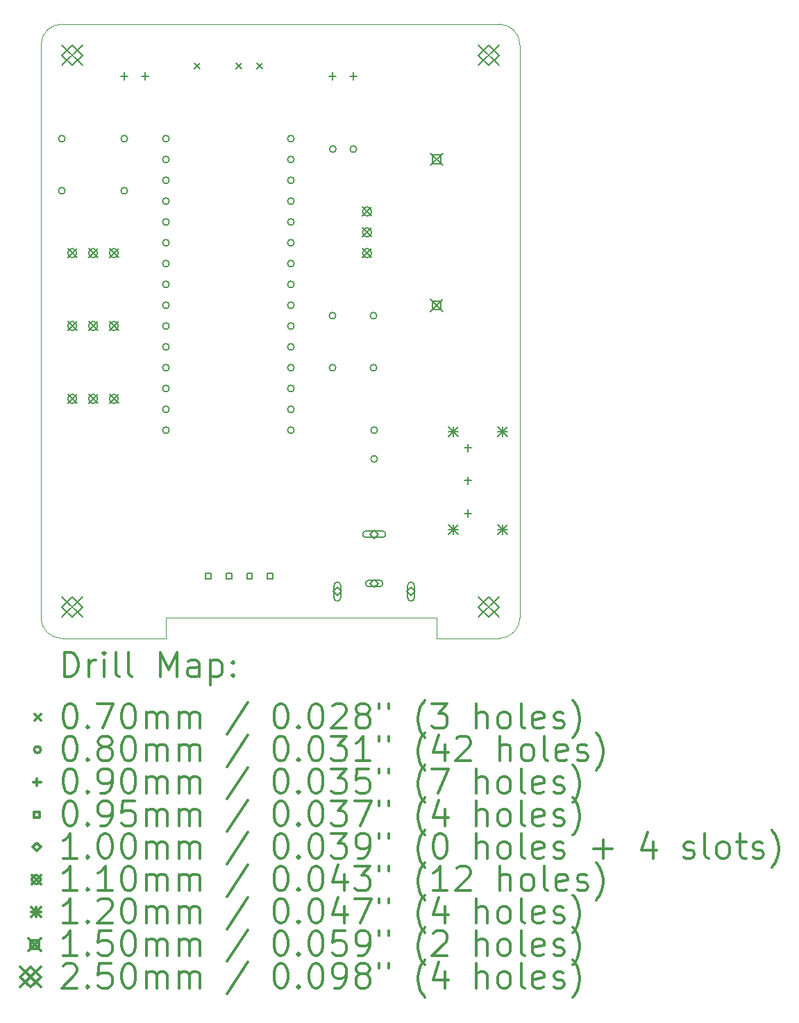
<source format=gbr>
%FSLAX45Y45*%
G04 Gerber Fmt 4.5, Leading zero omitted, Abs format (unit mm)*
G04 Created by KiCad (PCBNEW (5.1.5)-3) date 2020-02-04 22:23:31*
%MOMM*%
%LPD*%
G04 APERTURE LIST*
%TA.AperFunction,Profile*%
%ADD10C,0.050000*%
%TD*%
%ADD11C,0.200000*%
%ADD12C,0.300000*%
G04 APERTURE END LIST*
D10*
X11176000Y-4699000D02*
X16510000Y-4699000D01*
X10922000Y-4953000D02*
G75*
G02X11176000Y-4699000I254000J0D01*
G01*
X10922000Y-11938000D02*
X10922000Y-4953000D01*
X11303000Y-12192000D02*
X11176000Y-12192000D01*
X11176000Y-12192000D02*
G75*
G02X10922000Y-11938000I0J254000D01*
G01*
X12446000Y-12192000D02*
X11303000Y-12192000D01*
X12446000Y-11938000D02*
X12446000Y-12192000D01*
X14224000Y-11938000D02*
X12446000Y-11938000D01*
X15748000Y-11938000D02*
X14224000Y-11938000D01*
X15748000Y-12192000D02*
X15748000Y-11938000D01*
X16510000Y-12192000D02*
X15748000Y-12192000D01*
X16764000Y-4953000D02*
X16764000Y-11938000D01*
X16764000Y-11938000D02*
G75*
G02X16510000Y-12192000I-254000J0D01*
G01*
X16510000Y-4699000D02*
G75*
G02X16764000Y-4953000I0J-254000D01*
G01*
D11*
X12792000Y-5172000D02*
X12862000Y-5242000D01*
X12862000Y-5172000D02*
X12792000Y-5242000D01*
X13300000Y-5172000D02*
X13370000Y-5242000D01*
X13370000Y-5172000D02*
X13300000Y-5242000D01*
X13554000Y-5172000D02*
X13624000Y-5242000D01*
X13624000Y-5172000D02*
X13554000Y-5242000D01*
X11216000Y-6096000D02*
G75*
G03X11216000Y-6096000I-40000J0D01*
G01*
X11978000Y-6096000D02*
G75*
G03X11978000Y-6096000I-40000J0D01*
G01*
X14518000Y-8255000D02*
G75*
G03X14518000Y-8255000I-40000J0D01*
G01*
X15018000Y-8255000D02*
G75*
G03X15018000Y-8255000I-40000J0D01*
G01*
X12486000Y-6096000D02*
G75*
G03X12486000Y-6096000I-40000J0D01*
G01*
X12486000Y-6350000D02*
G75*
G03X12486000Y-6350000I-40000J0D01*
G01*
X12486000Y-6604000D02*
G75*
G03X12486000Y-6604000I-40000J0D01*
G01*
X12486000Y-6858000D02*
G75*
G03X12486000Y-6858000I-40000J0D01*
G01*
X12486000Y-7112000D02*
G75*
G03X12486000Y-7112000I-40000J0D01*
G01*
X12486000Y-7366000D02*
G75*
G03X12486000Y-7366000I-40000J0D01*
G01*
X12486000Y-7620000D02*
G75*
G03X12486000Y-7620000I-40000J0D01*
G01*
X12486000Y-7874000D02*
G75*
G03X12486000Y-7874000I-40000J0D01*
G01*
X12486000Y-8128000D02*
G75*
G03X12486000Y-8128000I-40000J0D01*
G01*
X12486000Y-8382000D02*
G75*
G03X12486000Y-8382000I-40000J0D01*
G01*
X12486000Y-8636000D02*
G75*
G03X12486000Y-8636000I-40000J0D01*
G01*
X12486000Y-8890000D02*
G75*
G03X12486000Y-8890000I-40000J0D01*
G01*
X12486000Y-9144000D02*
G75*
G03X12486000Y-9144000I-40000J0D01*
G01*
X12486000Y-9398000D02*
G75*
G03X12486000Y-9398000I-40000J0D01*
G01*
X12486000Y-9652000D02*
G75*
G03X12486000Y-9652000I-40000J0D01*
G01*
X14010000Y-6096000D02*
G75*
G03X14010000Y-6096000I-40000J0D01*
G01*
X14010000Y-6350000D02*
G75*
G03X14010000Y-6350000I-40000J0D01*
G01*
X14010000Y-6604000D02*
G75*
G03X14010000Y-6604000I-40000J0D01*
G01*
X14010000Y-6858000D02*
G75*
G03X14010000Y-6858000I-40000J0D01*
G01*
X14010000Y-7112000D02*
G75*
G03X14010000Y-7112000I-40000J0D01*
G01*
X14010000Y-7366000D02*
G75*
G03X14010000Y-7366000I-40000J0D01*
G01*
X14010000Y-7620000D02*
G75*
G03X14010000Y-7620000I-40000J0D01*
G01*
X14010000Y-7874000D02*
G75*
G03X14010000Y-7874000I-40000J0D01*
G01*
X14010000Y-8128000D02*
G75*
G03X14010000Y-8128000I-40000J0D01*
G01*
X14010000Y-8382000D02*
G75*
G03X14010000Y-8382000I-40000J0D01*
G01*
X14010000Y-8636000D02*
G75*
G03X14010000Y-8636000I-40000J0D01*
G01*
X14010000Y-8890000D02*
G75*
G03X14010000Y-8890000I-40000J0D01*
G01*
X14010000Y-9144000D02*
G75*
G03X14010000Y-9144000I-40000J0D01*
G01*
X14010000Y-9398000D02*
G75*
G03X14010000Y-9398000I-40000J0D01*
G01*
X14010000Y-9652000D02*
G75*
G03X14010000Y-9652000I-40000J0D01*
G01*
X11216000Y-6731000D02*
G75*
G03X11216000Y-6731000I-40000J0D01*
G01*
X11978000Y-6731000D02*
G75*
G03X11978000Y-6731000I-40000J0D01*
G01*
X14522000Y-6223000D02*
G75*
G03X14522000Y-6223000I-40000J0D01*
G01*
X14772000Y-6223000D02*
G75*
G03X14772000Y-6223000I-40000J0D01*
G01*
X15026000Y-9652000D02*
G75*
G03X15026000Y-9652000I-40000J0D01*
G01*
X15026000Y-10002000D02*
G75*
G03X15026000Y-10002000I-40000J0D01*
G01*
X14518000Y-8890000D02*
G75*
G03X14518000Y-8890000I-40000J0D01*
G01*
X15018000Y-8890000D02*
G75*
G03X15018000Y-8890000I-40000J0D01*
G01*
X14478000Y-5289000D02*
X14478000Y-5379000D01*
X14433000Y-5334000D02*
X14523000Y-5334000D01*
X14732000Y-5289000D02*
X14732000Y-5379000D01*
X14687000Y-5334000D02*
X14777000Y-5334000D01*
X16129000Y-9823000D02*
X16129000Y-9913000D01*
X16084000Y-9868000D02*
X16174000Y-9868000D01*
X16129000Y-10223000D02*
X16129000Y-10313000D01*
X16084000Y-10268000D02*
X16174000Y-10268000D01*
X16129000Y-10623000D02*
X16129000Y-10713000D01*
X16084000Y-10668000D02*
X16174000Y-10668000D01*
X11938000Y-5289000D02*
X11938000Y-5379000D01*
X11893000Y-5334000D02*
X11983000Y-5334000D01*
X12192000Y-5289000D02*
X12192000Y-5379000D01*
X12147000Y-5334000D02*
X12237000Y-5334000D01*
X12999588Y-11463588D02*
X12999588Y-11396412D01*
X12932412Y-11396412D01*
X12932412Y-11463588D01*
X12999588Y-11463588D01*
X13249588Y-11463588D02*
X13249588Y-11396412D01*
X13182412Y-11396412D01*
X13182412Y-11463588D01*
X13249588Y-11463588D01*
X13499588Y-11463588D02*
X13499588Y-11396412D01*
X13432412Y-11396412D01*
X13432412Y-11463588D01*
X13499588Y-11463588D01*
X13749588Y-11463588D02*
X13749588Y-11396412D01*
X13682412Y-11396412D01*
X13682412Y-11463588D01*
X13749588Y-11463588D01*
X14536000Y-11672000D02*
X14586000Y-11622000D01*
X14536000Y-11572000D01*
X14486000Y-11622000D01*
X14536000Y-11672000D01*
X14496000Y-11547000D02*
X14496000Y-11697000D01*
X14576000Y-11547000D02*
X14576000Y-11697000D01*
X14496000Y-11697000D02*
G75*
G03X14576000Y-11697000I40000J0D01*
G01*
X14576000Y-11547000D02*
G75*
G03X14496000Y-11547000I-40000J0D01*
G01*
X14986000Y-10972000D02*
X15036000Y-10922000D01*
X14986000Y-10872000D01*
X14936000Y-10922000D01*
X14986000Y-10972000D01*
X14886000Y-10962000D02*
X15086000Y-10962000D01*
X14886000Y-10882000D02*
X15086000Y-10882000D01*
X15086000Y-10962000D02*
G75*
G03X15086000Y-10882000I0J40000D01*
G01*
X14886000Y-10882000D02*
G75*
G03X14886000Y-10962000I0J-40000D01*
G01*
X14986000Y-11572000D02*
X15036000Y-11522000D01*
X14986000Y-11472000D01*
X14936000Y-11522000D01*
X14986000Y-11572000D01*
X14921000Y-11562000D02*
X15051000Y-11562000D01*
X14921000Y-11482000D02*
X15051000Y-11482000D01*
X15051000Y-11562000D02*
G75*
G03X15051000Y-11482000I0J40000D01*
G01*
X14921000Y-11482000D02*
G75*
G03X14921000Y-11562000I0J-40000D01*
G01*
X15436000Y-11672000D02*
X15486000Y-11622000D01*
X15436000Y-11572000D01*
X15386000Y-11622000D01*
X15436000Y-11672000D01*
X15396000Y-11547000D02*
X15396000Y-11697000D01*
X15476000Y-11547000D02*
X15476000Y-11697000D01*
X15396000Y-11697000D02*
G75*
G03X15476000Y-11697000I40000J0D01*
G01*
X15476000Y-11547000D02*
G75*
G03X15396000Y-11547000I-40000J0D01*
G01*
X14845000Y-6930000D02*
X14955000Y-7040000D01*
X14955000Y-6930000D02*
X14845000Y-7040000D01*
X14955000Y-6985000D02*
G75*
G03X14955000Y-6985000I-55000J0D01*
G01*
X14845000Y-7184000D02*
X14955000Y-7294000D01*
X14955000Y-7184000D02*
X14845000Y-7294000D01*
X14955000Y-7239000D02*
G75*
G03X14955000Y-7239000I-55000J0D01*
G01*
X14845000Y-7438000D02*
X14955000Y-7548000D01*
X14955000Y-7438000D02*
X14845000Y-7548000D01*
X14955000Y-7493000D02*
G75*
G03X14955000Y-7493000I-55000J0D01*
G01*
X11248000Y-7438000D02*
X11358000Y-7548000D01*
X11358000Y-7438000D02*
X11248000Y-7548000D01*
X11358000Y-7493000D02*
G75*
G03X11358000Y-7493000I-55000J0D01*
G01*
X11502000Y-7438000D02*
X11612000Y-7548000D01*
X11612000Y-7438000D02*
X11502000Y-7548000D01*
X11612000Y-7493000D02*
G75*
G03X11612000Y-7493000I-55000J0D01*
G01*
X11756000Y-7438000D02*
X11866000Y-7548000D01*
X11866000Y-7438000D02*
X11756000Y-7548000D01*
X11866000Y-7493000D02*
G75*
G03X11866000Y-7493000I-55000J0D01*
G01*
X11248000Y-8327000D02*
X11358000Y-8437000D01*
X11358000Y-8327000D02*
X11248000Y-8437000D01*
X11358000Y-8382000D02*
G75*
G03X11358000Y-8382000I-55000J0D01*
G01*
X11502000Y-8327000D02*
X11612000Y-8437000D01*
X11612000Y-8327000D02*
X11502000Y-8437000D01*
X11612000Y-8382000D02*
G75*
G03X11612000Y-8382000I-55000J0D01*
G01*
X11756000Y-8327000D02*
X11866000Y-8437000D01*
X11866000Y-8327000D02*
X11756000Y-8437000D01*
X11866000Y-8382000D02*
G75*
G03X11866000Y-8382000I-55000J0D01*
G01*
X11248000Y-9216000D02*
X11358000Y-9326000D01*
X11358000Y-9216000D02*
X11248000Y-9326000D01*
X11358000Y-9271000D02*
G75*
G03X11358000Y-9271000I-55000J0D01*
G01*
X11502000Y-9216000D02*
X11612000Y-9326000D01*
X11612000Y-9216000D02*
X11502000Y-9326000D01*
X11612000Y-9271000D02*
G75*
G03X11612000Y-9271000I-55000J0D01*
G01*
X11756000Y-9216000D02*
X11866000Y-9326000D01*
X11866000Y-9216000D02*
X11756000Y-9326000D01*
X11866000Y-9271000D02*
G75*
G03X11866000Y-9271000I-55000J0D01*
G01*
X15894000Y-9608000D02*
X16014000Y-9728000D01*
X16014000Y-9608000D02*
X15894000Y-9728000D01*
X15954000Y-9608000D02*
X15954000Y-9728000D01*
X15894000Y-9668000D02*
X16014000Y-9668000D01*
X15894000Y-10808000D02*
X16014000Y-10928000D01*
X16014000Y-10808000D02*
X15894000Y-10928000D01*
X15954000Y-10808000D02*
X15954000Y-10928000D01*
X15894000Y-10868000D02*
X16014000Y-10868000D01*
X16494000Y-9608000D02*
X16614000Y-9728000D01*
X16614000Y-9608000D02*
X16494000Y-9728000D01*
X16554000Y-9608000D02*
X16554000Y-9728000D01*
X16494000Y-9668000D02*
X16614000Y-9668000D01*
X16494000Y-10808000D02*
X16614000Y-10928000D01*
X16614000Y-10808000D02*
X16494000Y-10928000D01*
X16554000Y-10808000D02*
X16554000Y-10928000D01*
X16494000Y-10868000D02*
X16614000Y-10868000D01*
X15673000Y-6274000D02*
X15823000Y-6424000D01*
X15823000Y-6274000D02*
X15673000Y-6424000D01*
X15801033Y-6402033D02*
X15801033Y-6295966D01*
X15694966Y-6295966D01*
X15694966Y-6402033D01*
X15801033Y-6402033D01*
X15673000Y-8054000D02*
X15823000Y-8204000D01*
X15823000Y-8054000D02*
X15673000Y-8204000D01*
X15801033Y-8182033D02*
X15801033Y-8075966D01*
X15694966Y-8075966D01*
X15694966Y-8182033D01*
X15801033Y-8182033D01*
X11178000Y-4955000D02*
X11428000Y-5205000D01*
X11428000Y-4955000D02*
X11178000Y-5205000D01*
X11303000Y-5205000D02*
X11428000Y-5080000D01*
X11303000Y-4955000D01*
X11178000Y-5080000D01*
X11303000Y-5205000D01*
X11178000Y-11686000D02*
X11428000Y-11936000D01*
X11428000Y-11686000D02*
X11178000Y-11936000D01*
X11303000Y-11936000D02*
X11428000Y-11811000D01*
X11303000Y-11686000D01*
X11178000Y-11811000D01*
X11303000Y-11936000D01*
X16258000Y-4955000D02*
X16508000Y-5205000D01*
X16508000Y-4955000D02*
X16258000Y-5205000D01*
X16383000Y-5205000D02*
X16508000Y-5080000D01*
X16383000Y-4955000D01*
X16258000Y-5080000D01*
X16383000Y-5205000D01*
X16258000Y-11686000D02*
X16508000Y-11936000D01*
X16508000Y-11686000D02*
X16258000Y-11936000D01*
X16383000Y-11936000D02*
X16508000Y-11811000D01*
X16383000Y-11686000D01*
X16258000Y-11811000D01*
X16383000Y-11936000D01*
D12*
X11205928Y-12660214D02*
X11205928Y-12360214D01*
X11277357Y-12360214D01*
X11320214Y-12374500D01*
X11348786Y-12403071D01*
X11363071Y-12431643D01*
X11377357Y-12488786D01*
X11377357Y-12531643D01*
X11363071Y-12588786D01*
X11348786Y-12617357D01*
X11320214Y-12645929D01*
X11277357Y-12660214D01*
X11205928Y-12660214D01*
X11505928Y-12660214D02*
X11505928Y-12460214D01*
X11505928Y-12517357D02*
X11520214Y-12488786D01*
X11534500Y-12474500D01*
X11563071Y-12460214D01*
X11591643Y-12460214D01*
X11691643Y-12660214D02*
X11691643Y-12460214D01*
X11691643Y-12360214D02*
X11677357Y-12374500D01*
X11691643Y-12388786D01*
X11705928Y-12374500D01*
X11691643Y-12360214D01*
X11691643Y-12388786D01*
X11877357Y-12660214D02*
X11848786Y-12645929D01*
X11834500Y-12617357D01*
X11834500Y-12360214D01*
X12034500Y-12660214D02*
X12005928Y-12645929D01*
X11991643Y-12617357D01*
X11991643Y-12360214D01*
X12377357Y-12660214D02*
X12377357Y-12360214D01*
X12477357Y-12574500D01*
X12577357Y-12360214D01*
X12577357Y-12660214D01*
X12848786Y-12660214D02*
X12848786Y-12503071D01*
X12834500Y-12474500D01*
X12805928Y-12460214D01*
X12748786Y-12460214D01*
X12720214Y-12474500D01*
X12848786Y-12645929D02*
X12820214Y-12660214D01*
X12748786Y-12660214D01*
X12720214Y-12645929D01*
X12705928Y-12617357D01*
X12705928Y-12588786D01*
X12720214Y-12560214D01*
X12748786Y-12545929D01*
X12820214Y-12545929D01*
X12848786Y-12531643D01*
X12991643Y-12460214D02*
X12991643Y-12760214D01*
X12991643Y-12474500D02*
X13020214Y-12460214D01*
X13077357Y-12460214D01*
X13105928Y-12474500D01*
X13120214Y-12488786D01*
X13134500Y-12517357D01*
X13134500Y-12603071D01*
X13120214Y-12631643D01*
X13105928Y-12645929D01*
X13077357Y-12660214D01*
X13020214Y-12660214D01*
X12991643Y-12645929D01*
X13263071Y-12631643D02*
X13277357Y-12645929D01*
X13263071Y-12660214D01*
X13248786Y-12645929D01*
X13263071Y-12631643D01*
X13263071Y-12660214D01*
X13263071Y-12474500D02*
X13277357Y-12488786D01*
X13263071Y-12503071D01*
X13248786Y-12488786D01*
X13263071Y-12474500D01*
X13263071Y-12503071D01*
X10849500Y-13119500D02*
X10919500Y-13189500D01*
X10919500Y-13119500D02*
X10849500Y-13189500D01*
X11263071Y-12990214D02*
X11291643Y-12990214D01*
X11320214Y-13004500D01*
X11334500Y-13018786D01*
X11348786Y-13047357D01*
X11363071Y-13104500D01*
X11363071Y-13175929D01*
X11348786Y-13233071D01*
X11334500Y-13261643D01*
X11320214Y-13275929D01*
X11291643Y-13290214D01*
X11263071Y-13290214D01*
X11234500Y-13275929D01*
X11220214Y-13261643D01*
X11205928Y-13233071D01*
X11191643Y-13175929D01*
X11191643Y-13104500D01*
X11205928Y-13047357D01*
X11220214Y-13018786D01*
X11234500Y-13004500D01*
X11263071Y-12990214D01*
X11491643Y-13261643D02*
X11505928Y-13275929D01*
X11491643Y-13290214D01*
X11477357Y-13275929D01*
X11491643Y-13261643D01*
X11491643Y-13290214D01*
X11605928Y-12990214D02*
X11805928Y-12990214D01*
X11677357Y-13290214D01*
X11977357Y-12990214D02*
X12005928Y-12990214D01*
X12034500Y-13004500D01*
X12048786Y-13018786D01*
X12063071Y-13047357D01*
X12077357Y-13104500D01*
X12077357Y-13175929D01*
X12063071Y-13233071D01*
X12048786Y-13261643D01*
X12034500Y-13275929D01*
X12005928Y-13290214D01*
X11977357Y-13290214D01*
X11948786Y-13275929D01*
X11934500Y-13261643D01*
X11920214Y-13233071D01*
X11905928Y-13175929D01*
X11905928Y-13104500D01*
X11920214Y-13047357D01*
X11934500Y-13018786D01*
X11948786Y-13004500D01*
X11977357Y-12990214D01*
X12205928Y-13290214D02*
X12205928Y-13090214D01*
X12205928Y-13118786D02*
X12220214Y-13104500D01*
X12248786Y-13090214D01*
X12291643Y-13090214D01*
X12320214Y-13104500D01*
X12334500Y-13133071D01*
X12334500Y-13290214D01*
X12334500Y-13133071D02*
X12348786Y-13104500D01*
X12377357Y-13090214D01*
X12420214Y-13090214D01*
X12448786Y-13104500D01*
X12463071Y-13133071D01*
X12463071Y-13290214D01*
X12605928Y-13290214D02*
X12605928Y-13090214D01*
X12605928Y-13118786D02*
X12620214Y-13104500D01*
X12648786Y-13090214D01*
X12691643Y-13090214D01*
X12720214Y-13104500D01*
X12734500Y-13133071D01*
X12734500Y-13290214D01*
X12734500Y-13133071D02*
X12748786Y-13104500D01*
X12777357Y-13090214D01*
X12820214Y-13090214D01*
X12848786Y-13104500D01*
X12863071Y-13133071D01*
X12863071Y-13290214D01*
X13448786Y-12975929D02*
X13191643Y-13361643D01*
X13834500Y-12990214D02*
X13863071Y-12990214D01*
X13891643Y-13004500D01*
X13905928Y-13018786D01*
X13920214Y-13047357D01*
X13934500Y-13104500D01*
X13934500Y-13175929D01*
X13920214Y-13233071D01*
X13905928Y-13261643D01*
X13891643Y-13275929D01*
X13863071Y-13290214D01*
X13834500Y-13290214D01*
X13805928Y-13275929D01*
X13791643Y-13261643D01*
X13777357Y-13233071D01*
X13763071Y-13175929D01*
X13763071Y-13104500D01*
X13777357Y-13047357D01*
X13791643Y-13018786D01*
X13805928Y-13004500D01*
X13834500Y-12990214D01*
X14063071Y-13261643D02*
X14077357Y-13275929D01*
X14063071Y-13290214D01*
X14048786Y-13275929D01*
X14063071Y-13261643D01*
X14063071Y-13290214D01*
X14263071Y-12990214D02*
X14291643Y-12990214D01*
X14320214Y-13004500D01*
X14334500Y-13018786D01*
X14348786Y-13047357D01*
X14363071Y-13104500D01*
X14363071Y-13175929D01*
X14348786Y-13233071D01*
X14334500Y-13261643D01*
X14320214Y-13275929D01*
X14291643Y-13290214D01*
X14263071Y-13290214D01*
X14234500Y-13275929D01*
X14220214Y-13261643D01*
X14205928Y-13233071D01*
X14191643Y-13175929D01*
X14191643Y-13104500D01*
X14205928Y-13047357D01*
X14220214Y-13018786D01*
X14234500Y-13004500D01*
X14263071Y-12990214D01*
X14477357Y-13018786D02*
X14491643Y-13004500D01*
X14520214Y-12990214D01*
X14591643Y-12990214D01*
X14620214Y-13004500D01*
X14634500Y-13018786D01*
X14648786Y-13047357D01*
X14648786Y-13075929D01*
X14634500Y-13118786D01*
X14463071Y-13290214D01*
X14648786Y-13290214D01*
X14820214Y-13118786D02*
X14791643Y-13104500D01*
X14777357Y-13090214D01*
X14763071Y-13061643D01*
X14763071Y-13047357D01*
X14777357Y-13018786D01*
X14791643Y-13004500D01*
X14820214Y-12990214D01*
X14877357Y-12990214D01*
X14905928Y-13004500D01*
X14920214Y-13018786D01*
X14934500Y-13047357D01*
X14934500Y-13061643D01*
X14920214Y-13090214D01*
X14905928Y-13104500D01*
X14877357Y-13118786D01*
X14820214Y-13118786D01*
X14791643Y-13133071D01*
X14777357Y-13147357D01*
X14763071Y-13175929D01*
X14763071Y-13233071D01*
X14777357Y-13261643D01*
X14791643Y-13275929D01*
X14820214Y-13290214D01*
X14877357Y-13290214D01*
X14905928Y-13275929D01*
X14920214Y-13261643D01*
X14934500Y-13233071D01*
X14934500Y-13175929D01*
X14920214Y-13147357D01*
X14905928Y-13133071D01*
X14877357Y-13118786D01*
X15048786Y-12990214D02*
X15048786Y-13047357D01*
X15163071Y-12990214D02*
X15163071Y-13047357D01*
X15605928Y-13404500D02*
X15591643Y-13390214D01*
X15563071Y-13347357D01*
X15548786Y-13318786D01*
X15534500Y-13275929D01*
X15520214Y-13204500D01*
X15520214Y-13147357D01*
X15534500Y-13075929D01*
X15548786Y-13033071D01*
X15563071Y-13004500D01*
X15591643Y-12961643D01*
X15605928Y-12947357D01*
X15691643Y-12990214D02*
X15877357Y-12990214D01*
X15777357Y-13104500D01*
X15820214Y-13104500D01*
X15848786Y-13118786D01*
X15863071Y-13133071D01*
X15877357Y-13161643D01*
X15877357Y-13233071D01*
X15863071Y-13261643D01*
X15848786Y-13275929D01*
X15820214Y-13290214D01*
X15734500Y-13290214D01*
X15705928Y-13275929D01*
X15691643Y-13261643D01*
X16234500Y-13290214D02*
X16234500Y-12990214D01*
X16363071Y-13290214D02*
X16363071Y-13133071D01*
X16348786Y-13104500D01*
X16320214Y-13090214D01*
X16277357Y-13090214D01*
X16248786Y-13104500D01*
X16234500Y-13118786D01*
X16548786Y-13290214D02*
X16520214Y-13275929D01*
X16505928Y-13261643D01*
X16491643Y-13233071D01*
X16491643Y-13147357D01*
X16505928Y-13118786D01*
X16520214Y-13104500D01*
X16548786Y-13090214D01*
X16591643Y-13090214D01*
X16620214Y-13104500D01*
X16634500Y-13118786D01*
X16648786Y-13147357D01*
X16648786Y-13233071D01*
X16634500Y-13261643D01*
X16620214Y-13275929D01*
X16591643Y-13290214D01*
X16548786Y-13290214D01*
X16820214Y-13290214D02*
X16791643Y-13275929D01*
X16777357Y-13247357D01*
X16777357Y-12990214D01*
X17048786Y-13275929D02*
X17020214Y-13290214D01*
X16963071Y-13290214D01*
X16934500Y-13275929D01*
X16920214Y-13247357D01*
X16920214Y-13133071D01*
X16934500Y-13104500D01*
X16963071Y-13090214D01*
X17020214Y-13090214D01*
X17048786Y-13104500D01*
X17063071Y-13133071D01*
X17063071Y-13161643D01*
X16920214Y-13190214D01*
X17177357Y-13275929D02*
X17205928Y-13290214D01*
X17263071Y-13290214D01*
X17291643Y-13275929D01*
X17305928Y-13247357D01*
X17305928Y-13233071D01*
X17291643Y-13204500D01*
X17263071Y-13190214D01*
X17220214Y-13190214D01*
X17191643Y-13175929D01*
X17177357Y-13147357D01*
X17177357Y-13133071D01*
X17191643Y-13104500D01*
X17220214Y-13090214D01*
X17263071Y-13090214D01*
X17291643Y-13104500D01*
X17405928Y-13404500D02*
X17420214Y-13390214D01*
X17448786Y-13347357D01*
X17463071Y-13318786D01*
X17477357Y-13275929D01*
X17491643Y-13204500D01*
X17491643Y-13147357D01*
X17477357Y-13075929D01*
X17463071Y-13033071D01*
X17448786Y-13004500D01*
X17420214Y-12961643D01*
X17405928Y-12947357D01*
X10919500Y-13550500D02*
G75*
G03X10919500Y-13550500I-40000J0D01*
G01*
X11263071Y-13386214D02*
X11291643Y-13386214D01*
X11320214Y-13400500D01*
X11334500Y-13414786D01*
X11348786Y-13443357D01*
X11363071Y-13500500D01*
X11363071Y-13571929D01*
X11348786Y-13629071D01*
X11334500Y-13657643D01*
X11320214Y-13671929D01*
X11291643Y-13686214D01*
X11263071Y-13686214D01*
X11234500Y-13671929D01*
X11220214Y-13657643D01*
X11205928Y-13629071D01*
X11191643Y-13571929D01*
X11191643Y-13500500D01*
X11205928Y-13443357D01*
X11220214Y-13414786D01*
X11234500Y-13400500D01*
X11263071Y-13386214D01*
X11491643Y-13657643D02*
X11505928Y-13671929D01*
X11491643Y-13686214D01*
X11477357Y-13671929D01*
X11491643Y-13657643D01*
X11491643Y-13686214D01*
X11677357Y-13514786D02*
X11648786Y-13500500D01*
X11634500Y-13486214D01*
X11620214Y-13457643D01*
X11620214Y-13443357D01*
X11634500Y-13414786D01*
X11648786Y-13400500D01*
X11677357Y-13386214D01*
X11734500Y-13386214D01*
X11763071Y-13400500D01*
X11777357Y-13414786D01*
X11791643Y-13443357D01*
X11791643Y-13457643D01*
X11777357Y-13486214D01*
X11763071Y-13500500D01*
X11734500Y-13514786D01*
X11677357Y-13514786D01*
X11648786Y-13529071D01*
X11634500Y-13543357D01*
X11620214Y-13571929D01*
X11620214Y-13629071D01*
X11634500Y-13657643D01*
X11648786Y-13671929D01*
X11677357Y-13686214D01*
X11734500Y-13686214D01*
X11763071Y-13671929D01*
X11777357Y-13657643D01*
X11791643Y-13629071D01*
X11791643Y-13571929D01*
X11777357Y-13543357D01*
X11763071Y-13529071D01*
X11734500Y-13514786D01*
X11977357Y-13386214D02*
X12005928Y-13386214D01*
X12034500Y-13400500D01*
X12048786Y-13414786D01*
X12063071Y-13443357D01*
X12077357Y-13500500D01*
X12077357Y-13571929D01*
X12063071Y-13629071D01*
X12048786Y-13657643D01*
X12034500Y-13671929D01*
X12005928Y-13686214D01*
X11977357Y-13686214D01*
X11948786Y-13671929D01*
X11934500Y-13657643D01*
X11920214Y-13629071D01*
X11905928Y-13571929D01*
X11905928Y-13500500D01*
X11920214Y-13443357D01*
X11934500Y-13414786D01*
X11948786Y-13400500D01*
X11977357Y-13386214D01*
X12205928Y-13686214D02*
X12205928Y-13486214D01*
X12205928Y-13514786D02*
X12220214Y-13500500D01*
X12248786Y-13486214D01*
X12291643Y-13486214D01*
X12320214Y-13500500D01*
X12334500Y-13529071D01*
X12334500Y-13686214D01*
X12334500Y-13529071D02*
X12348786Y-13500500D01*
X12377357Y-13486214D01*
X12420214Y-13486214D01*
X12448786Y-13500500D01*
X12463071Y-13529071D01*
X12463071Y-13686214D01*
X12605928Y-13686214D02*
X12605928Y-13486214D01*
X12605928Y-13514786D02*
X12620214Y-13500500D01*
X12648786Y-13486214D01*
X12691643Y-13486214D01*
X12720214Y-13500500D01*
X12734500Y-13529071D01*
X12734500Y-13686214D01*
X12734500Y-13529071D02*
X12748786Y-13500500D01*
X12777357Y-13486214D01*
X12820214Y-13486214D01*
X12848786Y-13500500D01*
X12863071Y-13529071D01*
X12863071Y-13686214D01*
X13448786Y-13371929D02*
X13191643Y-13757643D01*
X13834500Y-13386214D02*
X13863071Y-13386214D01*
X13891643Y-13400500D01*
X13905928Y-13414786D01*
X13920214Y-13443357D01*
X13934500Y-13500500D01*
X13934500Y-13571929D01*
X13920214Y-13629071D01*
X13905928Y-13657643D01*
X13891643Y-13671929D01*
X13863071Y-13686214D01*
X13834500Y-13686214D01*
X13805928Y-13671929D01*
X13791643Y-13657643D01*
X13777357Y-13629071D01*
X13763071Y-13571929D01*
X13763071Y-13500500D01*
X13777357Y-13443357D01*
X13791643Y-13414786D01*
X13805928Y-13400500D01*
X13834500Y-13386214D01*
X14063071Y-13657643D02*
X14077357Y-13671929D01*
X14063071Y-13686214D01*
X14048786Y-13671929D01*
X14063071Y-13657643D01*
X14063071Y-13686214D01*
X14263071Y-13386214D02*
X14291643Y-13386214D01*
X14320214Y-13400500D01*
X14334500Y-13414786D01*
X14348786Y-13443357D01*
X14363071Y-13500500D01*
X14363071Y-13571929D01*
X14348786Y-13629071D01*
X14334500Y-13657643D01*
X14320214Y-13671929D01*
X14291643Y-13686214D01*
X14263071Y-13686214D01*
X14234500Y-13671929D01*
X14220214Y-13657643D01*
X14205928Y-13629071D01*
X14191643Y-13571929D01*
X14191643Y-13500500D01*
X14205928Y-13443357D01*
X14220214Y-13414786D01*
X14234500Y-13400500D01*
X14263071Y-13386214D01*
X14463071Y-13386214D02*
X14648786Y-13386214D01*
X14548786Y-13500500D01*
X14591643Y-13500500D01*
X14620214Y-13514786D01*
X14634500Y-13529071D01*
X14648786Y-13557643D01*
X14648786Y-13629071D01*
X14634500Y-13657643D01*
X14620214Y-13671929D01*
X14591643Y-13686214D01*
X14505928Y-13686214D01*
X14477357Y-13671929D01*
X14463071Y-13657643D01*
X14934500Y-13686214D02*
X14763071Y-13686214D01*
X14848786Y-13686214D02*
X14848786Y-13386214D01*
X14820214Y-13429071D01*
X14791643Y-13457643D01*
X14763071Y-13471929D01*
X15048786Y-13386214D02*
X15048786Y-13443357D01*
X15163071Y-13386214D02*
X15163071Y-13443357D01*
X15605928Y-13800500D02*
X15591643Y-13786214D01*
X15563071Y-13743357D01*
X15548786Y-13714786D01*
X15534500Y-13671929D01*
X15520214Y-13600500D01*
X15520214Y-13543357D01*
X15534500Y-13471929D01*
X15548786Y-13429071D01*
X15563071Y-13400500D01*
X15591643Y-13357643D01*
X15605928Y-13343357D01*
X15848786Y-13486214D02*
X15848786Y-13686214D01*
X15777357Y-13371929D02*
X15705928Y-13586214D01*
X15891643Y-13586214D01*
X15991643Y-13414786D02*
X16005928Y-13400500D01*
X16034500Y-13386214D01*
X16105928Y-13386214D01*
X16134500Y-13400500D01*
X16148786Y-13414786D01*
X16163071Y-13443357D01*
X16163071Y-13471929D01*
X16148786Y-13514786D01*
X15977357Y-13686214D01*
X16163071Y-13686214D01*
X16520214Y-13686214D02*
X16520214Y-13386214D01*
X16648786Y-13686214D02*
X16648786Y-13529071D01*
X16634500Y-13500500D01*
X16605928Y-13486214D01*
X16563071Y-13486214D01*
X16534500Y-13500500D01*
X16520214Y-13514786D01*
X16834500Y-13686214D02*
X16805928Y-13671929D01*
X16791643Y-13657643D01*
X16777357Y-13629071D01*
X16777357Y-13543357D01*
X16791643Y-13514786D01*
X16805928Y-13500500D01*
X16834500Y-13486214D01*
X16877357Y-13486214D01*
X16905928Y-13500500D01*
X16920214Y-13514786D01*
X16934500Y-13543357D01*
X16934500Y-13629071D01*
X16920214Y-13657643D01*
X16905928Y-13671929D01*
X16877357Y-13686214D01*
X16834500Y-13686214D01*
X17105928Y-13686214D02*
X17077357Y-13671929D01*
X17063071Y-13643357D01*
X17063071Y-13386214D01*
X17334500Y-13671929D02*
X17305928Y-13686214D01*
X17248786Y-13686214D01*
X17220214Y-13671929D01*
X17205928Y-13643357D01*
X17205928Y-13529071D01*
X17220214Y-13500500D01*
X17248786Y-13486214D01*
X17305928Y-13486214D01*
X17334500Y-13500500D01*
X17348786Y-13529071D01*
X17348786Y-13557643D01*
X17205928Y-13586214D01*
X17463071Y-13671929D02*
X17491643Y-13686214D01*
X17548786Y-13686214D01*
X17577357Y-13671929D01*
X17591643Y-13643357D01*
X17591643Y-13629071D01*
X17577357Y-13600500D01*
X17548786Y-13586214D01*
X17505928Y-13586214D01*
X17477357Y-13571929D01*
X17463071Y-13543357D01*
X17463071Y-13529071D01*
X17477357Y-13500500D01*
X17505928Y-13486214D01*
X17548786Y-13486214D01*
X17577357Y-13500500D01*
X17691643Y-13800500D02*
X17705928Y-13786214D01*
X17734500Y-13743357D01*
X17748786Y-13714786D01*
X17763071Y-13671929D01*
X17777357Y-13600500D01*
X17777357Y-13543357D01*
X17763071Y-13471929D01*
X17748786Y-13429071D01*
X17734500Y-13400500D01*
X17705928Y-13357643D01*
X17691643Y-13343357D01*
X10874500Y-13901500D02*
X10874500Y-13991500D01*
X10829500Y-13946500D02*
X10919500Y-13946500D01*
X11263071Y-13782214D02*
X11291643Y-13782214D01*
X11320214Y-13796500D01*
X11334500Y-13810786D01*
X11348786Y-13839357D01*
X11363071Y-13896500D01*
X11363071Y-13967929D01*
X11348786Y-14025071D01*
X11334500Y-14053643D01*
X11320214Y-14067929D01*
X11291643Y-14082214D01*
X11263071Y-14082214D01*
X11234500Y-14067929D01*
X11220214Y-14053643D01*
X11205928Y-14025071D01*
X11191643Y-13967929D01*
X11191643Y-13896500D01*
X11205928Y-13839357D01*
X11220214Y-13810786D01*
X11234500Y-13796500D01*
X11263071Y-13782214D01*
X11491643Y-14053643D02*
X11505928Y-14067929D01*
X11491643Y-14082214D01*
X11477357Y-14067929D01*
X11491643Y-14053643D01*
X11491643Y-14082214D01*
X11648786Y-14082214D02*
X11705928Y-14082214D01*
X11734500Y-14067929D01*
X11748786Y-14053643D01*
X11777357Y-14010786D01*
X11791643Y-13953643D01*
X11791643Y-13839357D01*
X11777357Y-13810786D01*
X11763071Y-13796500D01*
X11734500Y-13782214D01*
X11677357Y-13782214D01*
X11648786Y-13796500D01*
X11634500Y-13810786D01*
X11620214Y-13839357D01*
X11620214Y-13910786D01*
X11634500Y-13939357D01*
X11648786Y-13953643D01*
X11677357Y-13967929D01*
X11734500Y-13967929D01*
X11763071Y-13953643D01*
X11777357Y-13939357D01*
X11791643Y-13910786D01*
X11977357Y-13782214D02*
X12005928Y-13782214D01*
X12034500Y-13796500D01*
X12048786Y-13810786D01*
X12063071Y-13839357D01*
X12077357Y-13896500D01*
X12077357Y-13967929D01*
X12063071Y-14025071D01*
X12048786Y-14053643D01*
X12034500Y-14067929D01*
X12005928Y-14082214D01*
X11977357Y-14082214D01*
X11948786Y-14067929D01*
X11934500Y-14053643D01*
X11920214Y-14025071D01*
X11905928Y-13967929D01*
X11905928Y-13896500D01*
X11920214Y-13839357D01*
X11934500Y-13810786D01*
X11948786Y-13796500D01*
X11977357Y-13782214D01*
X12205928Y-14082214D02*
X12205928Y-13882214D01*
X12205928Y-13910786D02*
X12220214Y-13896500D01*
X12248786Y-13882214D01*
X12291643Y-13882214D01*
X12320214Y-13896500D01*
X12334500Y-13925071D01*
X12334500Y-14082214D01*
X12334500Y-13925071D02*
X12348786Y-13896500D01*
X12377357Y-13882214D01*
X12420214Y-13882214D01*
X12448786Y-13896500D01*
X12463071Y-13925071D01*
X12463071Y-14082214D01*
X12605928Y-14082214D02*
X12605928Y-13882214D01*
X12605928Y-13910786D02*
X12620214Y-13896500D01*
X12648786Y-13882214D01*
X12691643Y-13882214D01*
X12720214Y-13896500D01*
X12734500Y-13925071D01*
X12734500Y-14082214D01*
X12734500Y-13925071D02*
X12748786Y-13896500D01*
X12777357Y-13882214D01*
X12820214Y-13882214D01*
X12848786Y-13896500D01*
X12863071Y-13925071D01*
X12863071Y-14082214D01*
X13448786Y-13767929D02*
X13191643Y-14153643D01*
X13834500Y-13782214D02*
X13863071Y-13782214D01*
X13891643Y-13796500D01*
X13905928Y-13810786D01*
X13920214Y-13839357D01*
X13934500Y-13896500D01*
X13934500Y-13967929D01*
X13920214Y-14025071D01*
X13905928Y-14053643D01*
X13891643Y-14067929D01*
X13863071Y-14082214D01*
X13834500Y-14082214D01*
X13805928Y-14067929D01*
X13791643Y-14053643D01*
X13777357Y-14025071D01*
X13763071Y-13967929D01*
X13763071Y-13896500D01*
X13777357Y-13839357D01*
X13791643Y-13810786D01*
X13805928Y-13796500D01*
X13834500Y-13782214D01*
X14063071Y-14053643D02*
X14077357Y-14067929D01*
X14063071Y-14082214D01*
X14048786Y-14067929D01*
X14063071Y-14053643D01*
X14063071Y-14082214D01*
X14263071Y-13782214D02*
X14291643Y-13782214D01*
X14320214Y-13796500D01*
X14334500Y-13810786D01*
X14348786Y-13839357D01*
X14363071Y-13896500D01*
X14363071Y-13967929D01*
X14348786Y-14025071D01*
X14334500Y-14053643D01*
X14320214Y-14067929D01*
X14291643Y-14082214D01*
X14263071Y-14082214D01*
X14234500Y-14067929D01*
X14220214Y-14053643D01*
X14205928Y-14025071D01*
X14191643Y-13967929D01*
X14191643Y-13896500D01*
X14205928Y-13839357D01*
X14220214Y-13810786D01*
X14234500Y-13796500D01*
X14263071Y-13782214D01*
X14463071Y-13782214D02*
X14648786Y-13782214D01*
X14548786Y-13896500D01*
X14591643Y-13896500D01*
X14620214Y-13910786D01*
X14634500Y-13925071D01*
X14648786Y-13953643D01*
X14648786Y-14025071D01*
X14634500Y-14053643D01*
X14620214Y-14067929D01*
X14591643Y-14082214D01*
X14505928Y-14082214D01*
X14477357Y-14067929D01*
X14463071Y-14053643D01*
X14920214Y-13782214D02*
X14777357Y-13782214D01*
X14763071Y-13925071D01*
X14777357Y-13910786D01*
X14805928Y-13896500D01*
X14877357Y-13896500D01*
X14905928Y-13910786D01*
X14920214Y-13925071D01*
X14934500Y-13953643D01*
X14934500Y-14025071D01*
X14920214Y-14053643D01*
X14905928Y-14067929D01*
X14877357Y-14082214D01*
X14805928Y-14082214D01*
X14777357Y-14067929D01*
X14763071Y-14053643D01*
X15048786Y-13782214D02*
X15048786Y-13839357D01*
X15163071Y-13782214D02*
X15163071Y-13839357D01*
X15605928Y-14196500D02*
X15591643Y-14182214D01*
X15563071Y-14139357D01*
X15548786Y-14110786D01*
X15534500Y-14067929D01*
X15520214Y-13996500D01*
X15520214Y-13939357D01*
X15534500Y-13867929D01*
X15548786Y-13825071D01*
X15563071Y-13796500D01*
X15591643Y-13753643D01*
X15605928Y-13739357D01*
X15691643Y-13782214D02*
X15891643Y-13782214D01*
X15763071Y-14082214D01*
X16234500Y-14082214D02*
X16234500Y-13782214D01*
X16363071Y-14082214D02*
X16363071Y-13925071D01*
X16348786Y-13896500D01*
X16320214Y-13882214D01*
X16277357Y-13882214D01*
X16248786Y-13896500D01*
X16234500Y-13910786D01*
X16548786Y-14082214D02*
X16520214Y-14067929D01*
X16505928Y-14053643D01*
X16491643Y-14025071D01*
X16491643Y-13939357D01*
X16505928Y-13910786D01*
X16520214Y-13896500D01*
X16548786Y-13882214D01*
X16591643Y-13882214D01*
X16620214Y-13896500D01*
X16634500Y-13910786D01*
X16648786Y-13939357D01*
X16648786Y-14025071D01*
X16634500Y-14053643D01*
X16620214Y-14067929D01*
X16591643Y-14082214D01*
X16548786Y-14082214D01*
X16820214Y-14082214D02*
X16791643Y-14067929D01*
X16777357Y-14039357D01*
X16777357Y-13782214D01*
X17048786Y-14067929D02*
X17020214Y-14082214D01*
X16963071Y-14082214D01*
X16934500Y-14067929D01*
X16920214Y-14039357D01*
X16920214Y-13925071D01*
X16934500Y-13896500D01*
X16963071Y-13882214D01*
X17020214Y-13882214D01*
X17048786Y-13896500D01*
X17063071Y-13925071D01*
X17063071Y-13953643D01*
X16920214Y-13982214D01*
X17177357Y-14067929D02*
X17205928Y-14082214D01*
X17263071Y-14082214D01*
X17291643Y-14067929D01*
X17305928Y-14039357D01*
X17305928Y-14025071D01*
X17291643Y-13996500D01*
X17263071Y-13982214D01*
X17220214Y-13982214D01*
X17191643Y-13967929D01*
X17177357Y-13939357D01*
X17177357Y-13925071D01*
X17191643Y-13896500D01*
X17220214Y-13882214D01*
X17263071Y-13882214D01*
X17291643Y-13896500D01*
X17405928Y-14196500D02*
X17420214Y-14182214D01*
X17448786Y-14139357D01*
X17463071Y-14110786D01*
X17477357Y-14067929D01*
X17491643Y-13996500D01*
X17491643Y-13939357D01*
X17477357Y-13867929D01*
X17463071Y-13825071D01*
X17448786Y-13796500D01*
X17420214Y-13753643D01*
X17405928Y-13739357D01*
X10905588Y-14376088D02*
X10905588Y-14308912D01*
X10838412Y-14308912D01*
X10838412Y-14376088D01*
X10905588Y-14376088D01*
X11263071Y-14178214D02*
X11291643Y-14178214D01*
X11320214Y-14192500D01*
X11334500Y-14206786D01*
X11348786Y-14235357D01*
X11363071Y-14292500D01*
X11363071Y-14363929D01*
X11348786Y-14421071D01*
X11334500Y-14449643D01*
X11320214Y-14463929D01*
X11291643Y-14478214D01*
X11263071Y-14478214D01*
X11234500Y-14463929D01*
X11220214Y-14449643D01*
X11205928Y-14421071D01*
X11191643Y-14363929D01*
X11191643Y-14292500D01*
X11205928Y-14235357D01*
X11220214Y-14206786D01*
X11234500Y-14192500D01*
X11263071Y-14178214D01*
X11491643Y-14449643D02*
X11505928Y-14463929D01*
X11491643Y-14478214D01*
X11477357Y-14463929D01*
X11491643Y-14449643D01*
X11491643Y-14478214D01*
X11648786Y-14478214D02*
X11705928Y-14478214D01*
X11734500Y-14463929D01*
X11748786Y-14449643D01*
X11777357Y-14406786D01*
X11791643Y-14349643D01*
X11791643Y-14235357D01*
X11777357Y-14206786D01*
X11763071Y-14192500D01*
X11734500Y-14178214D01*
X11677357Y-14178214D01*
X11648786Y-14192500D01*
X11634500Y-14206786D01*
X11620214Y-14235357D01*
X11620214Y-14306786D01*
X11634500Y-14335357D01*
X11648786Y-14349643D01*
X11677357Y-14363929D01*
X11734500Y-14363929D01*
X11763071Y-14349643D01*
X11777357Y-14335357D01*
X11791643Y-14306786D01*
X12063071Y-14178214D02*
X11920214Y-14178214D01*
X11905928Y-14321071D01*
X11920214Y-14306786D01*
X11948786Y-14292500D01*
X12020214Y-14292500D01*
X12048786Y-14306786D01*
X12063071Y-14321071D01*
X12077357Y-14349643D01*
X12077357Y-14421071D01*
X12063071Y-14449643D01*
X12048786Y-14463929D01*
X12020214Y-14478214D01*
X11948786Y-14478214D01*
X11920214Y-14463929D01*
X11905928Y-14449643D01*
X12205928Y-14478214D02*
X12205928Y-14278214D01*
X12205928Y-14306786D02*
X12220214Y-14292500D01*
X12248786Y-14278214D01*
X12291643Y-14278214D01*
X12320214Y-14292500D01*
X12334500Y-14321071D01*
X12334500Y-14478214D01*
X12334500Y-14321071D02*
X12348786Y-14292500D01*
X12377357Y-14278214D01*
X12420214Y-14278214D01*
X12448786Y-14292500D01*
X12463071Y-14321071D01*
X12463071Y-14478214D01*
X12605928Y-14478214D02*
X12605928Y-14278214D01*
X12605928Y-14306786D02*
X12620214Y-14292500D01*
X12648786Y-14278214D01*
X12691643Y-14278214D01*
X12720214Y-14292500D01*
X12734500Y-14321071D01*
X12734500Y-14478214D01*
X12734500Y-14321071D02*
X12748786Y-14292500D01*
X12777357Y-14278214D01*
X12820214Y-14278214D01*
X12848786Y-14292500D01*
X12863071Y-14321071D01*
X12863071Y-14478214D01*
X13448786Y-14163929D02*
X13191643Y-14549643D01*
X13834500Y-14178214D02*
X13863071Y-14178214D01*
X13891643Y-14192500D01*
X13905928Y-14206786D01*
X13920214Y-14235357D01*
X13934500Y-14292500D01*
X13934500Y-14363929D01*
X13920214Y-14421071D01*
X13905928Y-14449643D01*
X13891643Y-14463929D01*
X13863071Y-14478214D01*
X13834500Y-14478214D01*
X13805928Y-14463929D01*
X13791643Y-14449643D01*
X13777357Y-14421071D01*
X13763071Y-14363929D01*
X13763071Y-14292500D01*
X13777357Y-14235357D01*
X13791643Y-14206786D01*
X13805928Y-14192500D01*
X13834500Y-14178214D01*
X14063071Y-14449643D02*
X14077357Y-14463929D01*
X14063071Y-14478214D01*
X14048786Y-14463929D01*
X14063071Y-14449643D01*
X14063071Y-14478214D01*
X14263071Y-14178214D02*
X14291643Y-14178214D01*
X14320214Y-14192500D01*
X14334500Y-14206786D01*
X14348786Y-14235357D01*
X14363071Y-14292500D01*
X14363071Y-14363929D01*
X14348786Y-14421071D01*
X14334500Y-14449643D01*
X14320214Y-14463929D01*
X14291643Y-14478214D01*
X14263071Y-14478214D01*
X14234500Y-14463929D01*
X14220214Y-14449643D01*
X14205928Y-14421071D01*
X14191643Y-14363929D01*
X14191643Y-14292500D01*
X14205928Y-14235357D01*
X14220214Y-14206786D01*
X14234500Y-14192500D01*
X14263071Y-14178214D01*
X14463071Y-14178214D02*
X14648786Y-14178214D01*
X14548786Y-14292500D01*
X14591643Y-14292500D01*
X14620214Y-14306786D01*
X14634500Y-14321071D01*
X14648786Y-14349643D01*
X14648786Y-14421071D01*
X14634500Y-14449643D01*
X14620214Y-14463929D01*
X14591643Y-14478214D01*
X14505928Y-14478214D01*
X14477357Y-14463929D01*
X14463071Y-14449643D01*
X14748786Y-14178214D02*
X14948786Y-14178214D01*
X14820214Y-14478214D01*
X15048786Y-14178214D02*
X15048786Y-14235357D01*
X15163071Y-14178214D02*
X15163071Y-14235357D01*
X15605928Y-14592500D02*
X15591643Y-14578214D01*
X15563071Y-14535357D01*
X15548786Y-14506786D01*
X15534500Y-14463929D01*
X15520214Y-14392500D01*
X15520214Y-14335357D01*
X15534500Y-14263929D01*
X15548786Y-14221071D01*
X15563071Y-14192500D01*
X15591643Y-14149643D01*
X15605928Y-14135357D01*
X15848786Y-14278214D02*
X15848786Y-14478214D01*
X15777357Y-14163929D02*
X15705928Y-14378214D01*
X15891643Y-14378214D01*
X16234500Y-14478214D02*
X16234500Y-14178214D01*
X16363071Y-14478214D02*
X16363071Y-14321071D01*
X16348786Y-14292500D01*
X16320214Y-14278214D01*
X16277357Y-14278214D01*
X16248786Y-14292500D01*
X16234500Y-14306786D01*
X16548786Y-14478214D02*
X16520214Y-14463929D01*
X16505928Y-14449643D01*
X16491643Y-14421071D01*
X16491643Y-14335357D01*
X16505928Y-14306786D01*
X16520214Y-14292500D01*
X16548786Y-14278214D01*
X16591643Y-14278214D01*
X16620214Y-14292500D01*
X16634500Y-14306786D01*
X16648786Y-14335357D01*
X16648786Y-14421071D01*
X16634500Y-14449643D01*
X16620214Y-14463929D01*
X16591643Y-14478214D01*
X16548786Y-14478214D01*
X16820214Y-14478214D02*
X16791643Y-14463929D01*
X16777357Y-14435357D01*
X16777357Y-14178214D01*
X17048786Y-14463929D02*
X17020214Y-14478214D01*
X16963071Y-14478214D01*
X16934500Y-14463929D01*
X16920214Y-14435357D01*
X16920214Y-14321071D01*
X16934500Y-14292500D01*
X16963071Y-14278214D01*
X17020214Y-14278214D01*
X17048786Y-14292500D01*
X17063071Y-14321071D01*
X17063071Y-14349643D01*
X16920214Y-14378214D01*
X17177357Y-14463929D02*
X17205928Y-14478214D01*
X17263071Y-14478214D01*
X17291643Y-14463929D01*
X17305928Y-14435357D01*
X17305928Y-14421071D01*
X17291643Y-14392500D01*
X17263071Y-14378214D01*
X17220214Y-14378214D01*
X17191643Y-14363929D01*
X17177357Y-14335357D01*
X17177357Y-14321071D01*
X17191643Y-14292500D01*
X17220214Y-14278214D01*
X17263071Y-14278214D01*
X17291643Y-14292500D01*
X17405928Y-14592500D02*
X17420214Y-14578214D01*
X17448786Y-14535357D01*
X17463071Y-14506786D01*
X17477357Y-14463929D01*
X17491643Y-14392500D01*
X17491643Y-14335357D01*
X17477357Y-14263929D01*
X17463071Y-14221071D01*
X17448786Y-14192500D01*
X17420214Y-14149643D01*
X17405928Y-14135357D01*
X10869500Y-14788500D02*
X10919500Y-14738500D01*
X10869500Y-14688500D01*
X10819500Y-14738500D01*
X10869500Y-14788500D01*
X11363071Y-14874214D02*
X11191643Y-14874214D01*
X11277357Y-14874214D02*
X11277357Y-14574214D01*
X11248786Y-14617071D01*
X11220214Y-14645643D01*
X11191643Y-14659929D01*
X11491643Y-14845643D02*
X11505928Y-14859929D01*
X11491643Y-14874214D01*
X11477357Y-14859929D01*
X11491643Y-14845643D01*
X11491643Y-14874214D01*
X11691643Y-14574214D02*
X11720214Y-14574214D01*
X11748786Y-14588500D01*
X11763071Y-14602786D01*
X11777357Y-14631357D01*
X11791643Y-14688500D01*
X11791643Y-14759929D01*
X11777357Y-14817071D01*
X11763071Y-14845643D01*
X11748786Y-14859929D01*
X11720214Y-14874214D01*
X11691643Y-14874214D01*
X11663071Y-14859929D01*
X11648786Y-14845643D01*
X11634500Y-14817071D01*
X11620214Y-14759929D01*
X11620214Y-14688500D01*
X11634500Y-14631357D01*
X11648786Y-14602786D01*
X11663071Y-14588500D01*
X11691643Y-14574214D01*
X11977357Y-14574214D02*
X12005928Y-14574214D01*
X12034500Y-14588500D01*
X12048786Y-14602786D01*
X12063071Y-14631357D01*
X12077357Y-14688500D01*
X12077357Y-14759929D01*
X12063071Y-14817071D01*
X12048786Y-14845643D01*
X12034500Y-14859929D01*
X12005928Y-14874214D01*
X11977357Y-14874214D01*
X11948786Y-14859929D01*
X11934500Y-14845643D01*
X11920214Y-14817071D01*
X11905928Y-14759929D01*
X11905928Y-14688500D01*
X11920214Y-14631357D01*
X11934500Y-14602786D01*
X11948786Y-14588500D01*
X11977357Y-14574214D01*
X12205928Y-14874214D02*
X12205928Y-14674214D01*
X12205928Y-14702786D02*
X12220214Y-14688500D01*
X12248786Y-14674214D01*
X12291643Y-14674214D01*
X12320214Y-14688500D01*
X12334500Y-14717071D01*
X12334500Y-14874214D01*
X12334500Y-14717071D02*
X12348786Y-14688500D01*
X12377357Y-14674214D01*
X12420214Y-14674214D01*
X12448786Y-14688500D01*
X12463071Y-14717071D01*
X12463071Y-14874214D01*
X12605928Y-14874214D02*
X12605928Y-14674214D01*
X12605928Y-14702786D02*
X12620214Y-14688500D01*
X12648786Y-14674214D01*
X12691643Y-14674214D01*
X12720214Y-14688500D01*
X12734500Y-14717071D01*
X12734500Y-14874214D01*
X12734500Y-14717071D02*
X12748786Y-14688500D01*
X12777357Y-14674214D01*
X12820214Y-14674214D01*
X12848786Y-14688500D01*
X12863071Y-14717071D01*
X12863071Y-14874214D01*
X13448786Y-14559929D02*
X13191643Y-14945643D01*
X13834500Y-14574214D02*
X13863071Y-14574214D01*
X13891643Y-14588500D01*
X13905928Y-14602786D01*
X13920214Y-14631357D01*
X13934500Y-14688500D01*
X13934500Y-14759929D01*
X13920214Y-14817071D01*
X13905928Y-14845643D01*
X13891643Y-14859929D01*
X13863071Y-14874214D01*
X13834500Y-14874214D01*
X13805928Y-14859929D01*
X13791643Y-14845643D01*
X13777357Y-14817071D01*
X13763071Y-14759929D01*
X13763071Y-14688500D01*
X13777357Y-14631357D01*
X13791643Y-14602786D01*
X13805928Y-14588500D01*
X13834500Y-14574214D01*
X14063071Y-14845643D02*
X14077357Y-14859929D01*
X14063071Y-14874214D01*
X14048786Y-14859929D01*
X14063071Y-14845643D01*
X14063071Y-14874214D01*
X14263071Y-14574214D02*
X14291643Y-14574214D01*
X14320214Y-14588500D01*
X14334500Y-14602786D01*
X14348786Y-14631357D01*
X14363071Y-14688500D01*
X14363071Y-14759929D01*
X14348786Y-14817071D01*
X14334500Y-14845643D01*
X14320214Y-14859929D01*
X14291643Y-14874214D01*
X14263071Y-14874214D01*
X14234500Y-14859929D01*
X14220214Y-14845643D01*
X14205928Y-14817071D01*
X14191643Y-14759929D01*
X14191643Y-14688500D01*
X14205928Y-14631357D01*
X14220214Y-14602786D01*
X14234500Y-14588500D01*
X14263071Y-14574214D01*
X14463071Y-14574214D02*
X14648786Y-14574214D01*
X14548786Y-14688500D01*
X14591643Y-14688500D01*
X14620214Y-14702786D01*
X14634500Y-14717071D01*
X14648786Y-14745643D01*
X14648786Y-14817071D01*
X14634500Y-14845643D01*
X14620214Y-14859929D01*
X14591643Y-14874214D01*
X14505928Y-14874214D01*
X14477357Y-14859929D01*
X14463071Y-14845643D01*
X14791643Y-14874214D02*
X14848786Y-14874214D01*
X14877357Y-14859929D01*
X14891643Y-14845643D01*
X14920214Y-14802786D01*
X14934500Y-14745643D01*
X14934500Y-14631357D01*
X14920214Y-14602786D01*
X14905928Y-14588500D01*
X14877357Y-14574214D01*
X14820214Y-14574214D01*
X14791643Y-14588500D01*
X14777357Y-14602786D01*
X14763071Y-14631357D01*
X14763071Y-14702786D01*
X14777357Y-14731357D01*
X14791643Y-14745643D01*
X14820214Y-14759929D01*
X14877357Y-14759929D01*
X14905928Y-14745643D01*
X14920214Y-14731357D01*
X14934500Y-14702786D01*
X15048786Y-14574214D02*
X15048786Y-14631357D01*
X15163071Y-14574214D02*
X15163071Y-14631357D01*
X15605928Y-14988500D02*
X15591643Y-14974214D01*
X15563071Y-14931357D01*
X15548786Y-14902786D01*
X15534500Y-14859929D01*
X15520214Y-14788500D01*
X15520214Y-14731357D01*
X15534500Y-14659929D01*
X15548786Y-14617071D01*
X15563071Y-14588500D01*
X15591643Y-14545643D01*
X15605928Y-14531357D01*
X15777357Y-14574214D02*
X15805928Y-14574214D01*
X15834500Y-14588500D01*
X15848786Y-14602786D01*
X15863071Y-14631357D01*
X15877357Y-14688500D01*
X15877357Y-14759929D01*
X15863071Y-14817071D01*
X15848786Y-14845643D01*
X15834500Y-14859929D01*
X15805928Y-14874214D01*
X15777357Y-14874214D01*
X15748786Y-14859929D01*
X15734500Y-14845643D01*
X15720214Y-14817071D01*
X15705928Y-14759929D01*
X15705928Y-14688500D01*
X15720214Y-14631357D01*
X15734500Y-14602786D01*
X15748786Y-14588500D01*
X15777357Y-14574214D01*
X16234500Y-14874214D02*
X16234500Y-14574214D01*
X16363071Y-14874214D02*
X16363071Y-14717071D01*
X16348786Y-14688500D01*
X16320214Y-14674214D01*
X16277357Y-14674214D01*
X16248786Y-14688500D01*
X16234500Y-14702786D01*
X16548786Y-14874214D02*
X16520214Y-14859929D01*
X16505928Y-14845643D01*
X16491643Y-14817071D01*
X16491643Y-14731357D01*
X16505928Y-14702786D01*
X16520214Y-14688500D01*
X16548786Y-14674214D01*
X16591643Y-14674214D01*
X16620214Y-14688500D01*
X16634500Y-14702786D01*
X16648786Y-14731357D01*
X16648786Y-14817071D01*
X16634500Y-14845643D01*
X16620214Y-14859929D01*
X16591643Y-14874214D01*
X16548786Y-14874214D01*
X16820214Y-14874214D02*
X16791643Y-14859929D01*
X16777357Y-14831357D01*
X16777357Y-14574214D01*
X17048786Y-14859929D02*
X17020214Y-14874214D01*
X16963071Y-14874214D01*
X16934500Y-14859929D01*
X16920214Y-14831357D01*
X16920214Y-14717071D01*
X16934500Y-14688500D01*
X16963071Y-14674214D01*
X17020214Y-14674214D01*
X17048786Y-14688500D01*
X17063071Y-14717071D01*
X17063071Y-14745643D01*
X16920214Y-14774214D01*
X17177357Y-14859929D02*
X17205928Y-14874214D01*
X17263071Y-14874214D01*
X17291643Y-14859929D01*
X17305928Y-14831357D01*
X17305928Y-14817071D01*
X17291643Y-14788500D01*
X17263071Y-14774214D01*
X17220214Y-14774214D01*
X17191643Y-14759929D01*
X17177357Y-14731357D01*
X17177357Y-14717071D01*
X17191643Y-14688500D01*
X17220214Y-14674214D01*
X17263071Y-14674214D01*
X17291643Y-14688500D01*
X17663071Y-14759929D02*
X17891643Y-14759929D01*
X17777357Y-14874214D02*
X17777357Y-14645643D01*
X18391643Y-14674214D02*
X18391643Y-14874214D01*
X18320214Y-14559929D02*
X18248786Y-14774214D01*
X18434500Y-14774214D01*
X18763071Y-14859929D02*
X18791643Y-14874214D01*
X18848786Y-14874214D01*
X18877357Y-14859929D01*
X18891643Y-14831357D01*
X18891643Y-14817071D01*
X18877357Y-14788500D01*
X18848786Y-14774214D01*
X18805928Y-14774214D01*
X18777357Y-14759929D01*
X18763071Y-14731357D01*
X18763071Y-14717071D01*
X18777357Y-14688500D01*
X18805928Y-14674214D01*
X18848786Y-14674214D01*
X18877357Y-14688500D01*
X19063071Y-14874214D02*
X19034500Y-14859929D01*
X19020214Y-14831357D01*
X19020214Y-14574214D01*
X19220214Y-14874214D02*
X19191643Y-14859929D01*
X19177357Y-14845643D01*
X19163071Y-14817071D01*
X19163071Y-14731357D01*
X19177357Y-14702786D01*
X19191643Y-14688500D01*
X19220214Y-14674214D01*
X19263071Y-14674214D01*
X19291643Y-14688500D01*
X19305928Y-14702786D01*
X19320214Y-14731357D01*
X19320214Y-14817071D01*
X19305928Y-14845643D01*
X19291643Y-14859929D01*
X19263071Y-14874214D01*
X19220214Y-14874214D01*
X19405928Y-14674214D02*
X19520214Y-14674214D01*
X19448786Y-14574214D02*
X19448786Y-14831357D01*
X19463071Y-14859929D01*
X19491643Y-14874214D01*
X19520214Y-14874214D01*
X19605928Y-14859929D02*
X19634500Y-14874214D01*
X19691643Y-14874214D01*
X19720214Y-14859929D01*
X19734500Y-14831357D01*
X19734500Y-14817071D01*
X19720214Y-14788500D01*
X19691643Y-14774214D01*
X19648786Y-14774214D01*
X19620214Y-14759929D01*
X19605928Y-14731357D01*
X19605928Y-14717071D01*
X19620214Y-14688500D01*
X19648786Y-14674214D01*
X19691643Y-14674214D01*
X19720214Y-14688500D01*
X19834500Y-14988500D02*
X19848786Y-14974214D01*
X19877357Y-14931357D01*
X19891643Y-14902786D01*
X19905928Y-14859929D01*
X19920214Y-14788500D01*
X19920214Y-14731357D01*
X19905928Y-14659929D01*
X19891643Y-14617071D01*
X19877357Y-14588500D01*
X19848786Y-14545643D01*
X19834500Y-14531357D01*
X10809500Y-15079500D02*
X10919500Y-15189500D01*
X10919500Y-15079500D02*
X10809500Y-15189500D01*
X10919500Y-15134500D02*
G75*
G03X10919500Y-15134500I-55000J0D01*
G01*
X11363071Y-15270214D02*
X11191643Y-15270214D01*
X11277357Y-15270214D02*
X11277357Y-14970214D01*
X11248786Y-15013071D01*
X11220214Y-15041643D01*
X11191643Y-15055929D01*
X11491643Y-15241643D02*
X11505928Y-15255929D01*
X11491643Y-15270214D01*
X11477357Y-15255929D01*
X11491643Y-15241643D01*
X11491643Y-15270214D01*
X11791643Y-15270214D02*
X11620214Y-15270214D01*
X11705928Y-15270214D02*
X11705928Y-14970214D01*
X11677357Y-15013071D01*
X11648786Y-15041643D01*
X11620214Y-15055929D01*
X11977357Y-14970214D02*
X12005928Y-14970214D01*
X12034500Y-14984500D01*
X12048786Y-14998786D01*
X12063071Y-15027357D01*
X12077357Y-15084500D01*
X12077357Y-15155929D01*
X12063071Y-15213071D01*
X12048786Y-15241643D01*
X12034500Y-15255929D01*
X12005928Y-15270214D01*
X11977357Y-15270214D01*
X11948786Y-15255929D01*
X11934500Y-15241643D01*
X11920214Y-15213071D01*
X11905928Y-15155929D01*
X11905928Y-15084500D01*
X11920214Y-15027357D01*
X11934500Y-14998786D01*
X11948786Y-14984500D01*
X11977357Y-14970214D01*
X12205928Y-15270214D02*
X12205928Y-15070214D01*
X12205928Y-15098786D02*
X12220214Y-15084500D01*
X12248786Y-15070214D01*
X12291643Y-15070214D01*
X12320214Y-15084500D01*
X12334500Y-15113071D01*
X12334500Y-15270214D01*
X12334500Y-15113071D02*
X12348786Y-15084500D01*
X12377357Y-15070214D01*
X12420214Y-15070214D01*
X12448786Y-15084500D01*
X12463071Y-15113071D01*
X12463071Y-15270214D01*
X12605928Y-15270214D02*
X12605928Y-15070214D01*
X12605928Y-15098786D02*
X12620214Y-15084500D01*
X12648786Y-15070214D01*
X12691643Y-15070214D01*
X12720214Y-15084500D01*
X12734500Y-15113071D01*
X12734500Y-15270214D01*
X12734500Y-15113071D02*
X12748786Y-15084500D01*
X12777357Y-15070214D01*
X12820214Y-15070214D01*
X12848786Y-15084500D01*
X12863071Y-15113071D01*
X12863071Y-15270214D01*
X13448786Y-14955929D02*
X13191643Y-15341643D01*
X13834500Y-14970214D02*
X13863071Y-14970214D01*
X13891643Y-14984500D01*
X13905928Y-14998786D01*
X13920214Y-15027357D01*
X13934500Y-15084500D01*
X13934500Y-15155929D01*
X13920214Y-15213071D01*
X13905928Y-15241643D01*
X13891643Y-15255929D01*
X13863071Y-15270214D01*
X13834500Y-15270214D01*
X13805928Y-15255929D01*
X13791643Y-15241643D01*
X13777357Y-15213071D01*
X13763071Y-15155929D01*
X13763071Y-15084500D01*
X13777357Y-15027357D01*
X13791643Y-14998786D01*
X13805928Y-14984500D01*
X13834500Y-14970214D01*
X14063071Y-15241643D02*
X14077357Y-15255929D01*
X14063071Y-15270214D01*
X14048786Y-15255929D01*
X14063071Y-15241643D01*
X14063071Y-15270214D01*
X14263071Y-14970214D02*
X14291643Y-14970214D01*
X14320214Y-14984500D01*
X14334500Y-14998786D01*
X14348786Y-15027357D01*
X14363071Y-15084500D01*
X14363071Y-15155929D01*
X14348786Y-15213071D01*
X14334500Y-15241643D01*
X14320214Y-15255929D01*
X14291643Y-15270214D01*
X14263071Y-15270214D01*
X14234500Y-15255929D01*
X14220214Y-15241643D01*
X14205928Y-15213071D01*
X14191643Y-15155929D01*
X14191643Y-15084500D01*
X14205928Y-15027357D01*
X14220214Y-14998786D01*
X14234500Y-14984500D01*
X14263071Y-14970214D01*
X14620214Y-15070214D02*
X14620214Y-15270214D01*
X14548786Y-14955929D02*
X14477357Y-15170214D01*
X14663071Y-15170214D01*
X14748786Y-14970214D02*
X14934500Y-14970214D01*
X14834500Y-15084500D01*
X14877357Y-15084500D01*
X14905928Y-15098786D01*
X14920214Y-15113071D01*
X14934500Y-15141643D01*
X14934500Y-15213071D01*
X14920214Y-15241643D01*
X14905928Y-15255929D01*
X14877357Y-15270214D01*
X14791643Y-15270214D01*
X14763071Y-15255929D01*
X14748786Y-15241643D01*
X15048786Y-14970214D02*
X15048786Y-15027357D01*
X15163071Y-14970214D02*
X15163071Y-15027357D01*
X15605928Y-15384500D02*
X15591643Y-15370214D01*
X15563071Y-15327357D01*
X15548786Y-15298786D01*
X15534500Y-15255929D01*
X15520214Y-15184500D01*
X15520214Y-15127357D01*
X15534500Y-15055929D01*
X15548786Y-15013071D01*
X15563071Y-14984500D01*
X15591643Y-14941643D01*
X15605928Y-14927357D01*
X15877357Y-15270214D02*
X15705928Y-15270214D01*
X15791643Y-15270214D02*
X15791643Y-14970214D01*
X15763071Y-15013071D01*
X15734500Y-15041643D01*
X15705928Y-15055929D01*
X15991643Y-14998786D02*
X16005928Y-14984500D01*
X16034500Y-14970214D01*
X16105928Y-14970214D01*
X16134500Y-14984500D01*
X16148786Y-14998786D01*
X16163071Y-15027357D01*
X16163071Y-15055929D01*
X16148786Y-15098786D01*
X15977357Y-15270214D01*
X16163071Y-15270214D01*
X16520214Y-15270214D02*
X16520214Y-14970214D01*
X16648786Y-15270214D02*
X16648786Y-15113071D01*
X16634500Y-15084500D01*
X16605928Y-15070214D01*
X16563071Y-15070214D01*
X16534500Y-15084500D01*
X16520214Y-15098786D01*
X16834500Y-15270214D02*
X16805928Y-15255929D01*
X16791643Y-15241643D01*
X16777357Y-15213071D01*
X16777357Y-15127357D01*
X16791643Y-15098786D01*
X16805928Y-15084500D01*
X16834500Y-15070214D01*
X16877357Y-15070214D01*
X16905928Y-15084500D01*
X16920214Y-15098786D01*
X16934500Y-15127357D01*
X16934500Y-15213071D01*
X16920214Y-15241643D01*
X16905928Y-15255929D01*
X16877357Y-15270214D01*
X16834500Y-15270214D01*
X17105928Y-15270214D02*
X17077357Y-15255929D01*
X17063071Y-15227357D01*
X17063071Y-14970214D01*
X17334500Y-15255929D02*
X17305928Y-15270214D01*
X17248786Y-15270214D01*
X17220214Y-15255929D01*
X17205928Y-15227357D01*
X17205928Y-15113071D01*
X17220214Y-15084500D01*
X17248786Y-15070214D01*
X17305928Y-15070214D01*
X17334500Y-15084500D01*
X17348786Y-15113071D01*
X17348786Y-15141643D01*
X17205928Y-15170214D01*
X17463071Y-15255929D02*
X17491643Y-15270214D01*
X17548786Y-15270214D01*
X17577357Y-15255929D01*
X17591643Y-15227357D01*
X17591643Y-15213071D01*
X17577357Y-15184500D01*
X17548786Y-15170214D01*
X17505928Y-15170214D01*
X17477357Y-15155929D01*
X17463071Y-15127357D01*
X17463071Y-15113071D01*
X17477357Y-15084500D01*
X17505928Y-15070214D01*
X17548786Y-15070214D01*
X17577357Y-15084500D01*
X17691643Y-15384500D02*
X17705928Y-15370214D01*
X17734500Y-15327357D01*
X17748786Y-15298786D01*
X17763071Y-15255929D01*
X17777357Y-15184500D01*
X17777357Y-15127357D01*
X17763071Y-15055929D01*
X17748786Y-15013071D01*
X17734500Y-14984500D01*
X17705928Y-14941643D01*
X17691643Y-14927357D01*
X10799500Y-15470500D02*
X10919500Y-15590500D01*
X10919500Y-15470500D02*
X10799500Y-15590500D01*
X10859500Y-15470500D02*
X10859500Y-15590500D01*
X10799500Y-15530500D02*
X10919500Y-15530500D01*
X11363071Y-15666214D02*
X11191643Y-15666214D01*
X11277357Y-15666214D02*
X11277357Y-15366214D01*
X11248786Y-15409071D01*
X11220214Y-15437643D01*
X11191643Y-15451929D01*
X11491643Y-15637643D02*
X11505928Y-15651929D01*
X11491643Y-15666214D01*
X11477357Y-15651929D01*
X11491643Y-15637643D01*
X11491643Y-15666214D01*
X11620214Y-15394786D02*
X11634500Y-15380500D01*
X11663071Y-15366214D01*
X11734500Y-15366214D01*
X11763071Y-15380500D01*
X11777357Y-15394786D01*
X11791643Y-15423357D01*
X11791643Y-15451929D01*
X11777357Y-15494786D01*
X11605928Y-15666214D01*
X11791643Y-15666214D01*
X11977357Y-15366214D02*
X12005928Y-15366214D01*
X12034500Y-15380500D01*
X12048786Y-15394786D01*
X12063071Y-15423357D01*
X12077357Y-15480500D01*
X12077357Y-15551929D01*
X12063071Y-15609071D01*
X12048786Y-15637643D01*
X12034500Y-15651929D01*
X12005928Y-15666214D01*
X11977357Y-15666214D01*
X11948786Y-15651929D01*
X11934500Y-15637643D01*
X11920214Y-15609071D01*
X11905928Y-15551929D01*
X11905928Y-15480500D01*
X11920214Y-15423357D01*
X11934500Y-15394786D01*
X11948786Y-15380500D01*
X11977357Y-15366214D01*
X12205928Y-15666214D02*
X12205928Y-15466214D01*
X12205928Y-15494786D02*
X12220214Y-15480500D01*
X12248786Y-15466214D01*
X12291643Y-15466214D01*
X12320214Y-15480500D01*
X12334500Y-15509071D01*
X12334500Y-15666214D01*
X12334500Y-15509071D02*
X12348786Y-15480500D01*
X12377357Y-15466214D01*
X12420214Y-15466214D01*
X12448786Y-15480500D01*
X12463071Y-15509071D01*
X12463071Y-15666214D01*
X12605928Y-15666214D02*
X12605928Y-15466214D01*
X12605928Y-15494786D02*
X12620214Y-15480500D01*
X12648786Y-15466214D01*
X12691643Y-15466214D01*
X12720214Y-15480500D01*
X12734500Y-15509071D01*
X12734500Y-15666214D01*
X12734500Y-15509071D02*
X12748786Y-15480500D01*
X12777357Y-15466214D01*
X12820214Y-15466214D01*
X12848786Y-15480500D01*
X12863071Y-15509071D01*
X12863071Y-15666214D01*
X13448786Y-15351929D02*
X13191643Y-15737643D01*
X13834500Y-15366214D02*
X13863071Y-15366214D01*
X13891643Y-15380500D01*
X13905928Y-15394786D01*
X13920214Y-15423357D01*
X13934500Y-15480500D01*
X13934500Y-15551929D01*
X13920214Y-15609071D01*
X13905928Y-15637643D01*
X13891643Y-15651929D01*
X13863071Y-15666214D01*
X13834500Y-15666214D01*
X13805928Y-15651929D01*
X13791643Y-15637643D01*
X13777357Y-15609071D01*
X13763071Y-15551929D01*
X13763071Y-15480500D01*
X13777357Y-15423357D01*
X13791643Y-15394786D01*
X13805928Y-15380500D01*
X13834500Y-15366214D01*
X14063071Y-15637643D02*
X14077357Y-15651929D01*
X14063071Y-15666214D01*
X14048786Y-15651929D01*
X14063071Y-15637643D01*
X14063071Y-15666214D01*
X14263071Y-15366214D02*
X14291643Y-15366214D01*
X14320214Y-15380500D01*
X14334500Y-15394786D01*
X14348786Y-15423357D01*
X14363071Y-15480500D01*
X14363071Y-15551929D01*
X14348786Y-15609071D01*
X14334500Y-15637643D01*
X14320214Y-15651929D01*
X14291643Y-15666214D01*
X14263071Y-15666214D01*
X14234500Y-15651929D01*
X14220214Y-15637643D01*
X14205928Y-15609071D01*
X14191643Y-15551929D01*
X14191643Y-15480500D01*
X14205928Y-15423357D01*
X14220214Y-15394786D01*
X14234500Y-15380500D01*
X14263071Y-15366214D01*
X14620214Y-15466214D02*
X14620214Y-15666214D01*
X14548786Y-15351929D02*
X14477357Y-15566214D01*
X14663071Y-15566214D01*
X14748786Y-15366214D02*
X14948786Y-15366214D01*
X14820214Y-15666214D01*
X15048786Y-15366214D02*
X15048786Y-15423357D01*
X15163071Y-15366214D02*
X15163071Y-15423357D01*
X15605928Y-15780500D02*
X15591643Y-15766214D01*
X15563071Y-15723357D01*
X15548786Y-15694786D01*
X15534500Y-15651929D01*
X15520214Y-15580500D01*
X15520214Y-15523357D01*
X15534500Y-15451929D01*
X15548786Y-15409071D01*
X15563071Y-15380500D01*
X15591643Y-15337643D01*
X15605928Y-15323357D01*
X15848786Y-15466214D02*
X15848786Y-15666214D01*
X15777357Y-15351929D02*
X15705928Y-15566214D01*
X15891643Y-15566214D01*
X16234500Y-15666214D02*
X16234500Y-15366214D01*
X16363071Y-15666214D02*
X16363071Y-15509071D01*
X16348786Y-15480500D01*
X16320214Y-15466214D01*
X16277357Y-15466214D01*
X16248786Y-15480500D01*
X16234500Y-15494786D01*
X16548786Y-15666214D02*
X16520214Y-15651929D01*
X16505928Y-15637643D01*
X16491643Y-15609071D01*
X16491643Y-15523357D01*
X16505928Y-15494786D01*
X16520214Y-15480500D01*
X16548786Y-15466214D01*
X16591643Y-15466214D01*
X16620214Y-15480500D01*
X16634500Y-15494786D01*
X16648786Y-15523357D01*
X16648786Y-15609071D01*
X16634500Y-15637643D01*
X16620214Y-15651929D01*
X16591643Y-15666214D01*
X16548786Y-15666214D01*
X16820214Y-15666214D02*
X16791643Y-15651929D01*
X16777357Y-15623357D01*
X16777357Y-15366214D01*
X17048786Y-15651929D02*
X17020214Y-15666214D01*
X16963071Y-15666214D01*
X16934500Y-15651929D01*
X16920214Y-15623357D01*
X16920214Y-15509071D01*
X16934500Y-15480500D01*
X16963071Y-15466214D01*
X17020214Y-15466214D01*
X17048786Y-15480500D01*
X17063071Y-15509071D01*
X17063071Y-15537643D01*
X16920214Y-15566214D01*
X17177357Y-15651929D02*
X17205928Y-15666214D01*
X17263071Y-15666214D01*
X17291643Y-15651929D01*
X17305928Y-15623357D01*
X17305928Y-15609071D01*
X17291643Y-15580500D01*
X17263071Y-15566214D01*
X17220214Y-15566214D01*
X17191643Y-15551929D01*
X17177357Y-15523357D01*
X17177357Y-15509071D01*
X17191643Y-15480500D01*
X17220214Y-15466214D01*
X17263071Y-15466214D01*
X17291643Y-15480500D01*
X17405928Y-15780500D02*
X17420214Y-15766214D01*
X17448786Y-15723357D01*
X17463071Y-15694786D01*
X17477357Y-15651929D01*
X17491643Y-15580500D01*
X17491643Y-15523357D01*
X17477357Y-15451929D01*
X17463071Y-15409071D01*
X17448786Y-15380500D01*
X17420214Y-15337643D01*
X17405928Y-15323357D01*
X10769500Y-15851500D02*
X10919500Y-16001500D01*
X10919500Y-15851500D02*
X10769500Y-16001500D01*
X10897533Y-15979534D02*
X10897533Y-15873467D01*
X10791466Y-15873467D01*
X10791466Y-15979534D01*
X10897533Y-15979534D01*
X11363071Y-16062214D02*
X11191643Y-16062214D01*
X11277357Y-16062214D02*
X11277357Y-15762214D01*
X11248786Y-15805071D01*
X11220214Y-15833643D01*
X11191643Y-15847929D01*
X11491643Y-16033643D02*
X11505928Y-16047929D01*
X11491643Y-16062214D01*
X11477357Y-16047929D01*
X11491643Y-16033643D01*
X11491643Y-16062214D01*
X11777357Y-15762214D02*
X11634500Y-15762214D01*
X11620214Y-15905071D01*
X11634500Y-15890786D01*
X11663071Y-15876500D01*
X11734500Y-15876500D01*
X11763071Y-15890786D01*
X11777357Y-15905071D01*
X11791643Y-15933643D01*
X11791643Y-16005071D01*
X11777357Y-16033643D01*
X11763071Y-16047929D01*
X11734500Y-16062214D01*
X11663071Y-16062214D01*
X11634500Y-16047929D01*
X11620214Y-16033643D01*
X11977357Y-15762214D02*
X12005928Y-15762214D01*
X12034500Y-15776500D01*
X12048786Y-15790786D01*
X12063071Y-15819357D01*
X12077357Y-15876500D01*
X12077357Y-15947929D01*
X12063071Y-16005071D01*
X12048786Y-16033643D01*
X12034500Y-16047929D01*
X12005928Y-16062214D01*
X11977357Y-16062214D01*
X11948786Y-16047929D01*
X11934500Y-16033643D01*
X11920214Y-16005071D01*
X11905928Y-15947929D01*
X11905928Y-15876500D01*
X11920214Y-15819357D01*
X11934500Y-15790786D01*
X11948786Y-15776500D01*
X11977357Y-15762214D01*
X12205928Y-16062214D02*
X12205928Y-15862214D01*
X12205928Y-15890786D02*
X12220214Y-15876500D01*
X12248786Y-15862214D01*
X12291643Y-15862214D01*
X12320214Y-15876500D01*
X12334500Y-15905071D01*
X12334500Y-16062214D01*
X12334500Y-15905071D02*
X12348786Y-15876500D01*
X12377357Y-15862214D01*
X12420214Y-15862214D01*
X12448786Y-15876500D01*
X12463071Y-15905071D01*
X12463071Y-16062214D01*
X12605928Y-16062214D02*
X12605928Y-15862214D01*
X12605928Y-15890786D02*
X12620214Y-15876500D01*
X12648786Y-15862214D01*
X12691643Y-15862214D01*
X12720214Y-15876500D01*
X12734500Y-15905071D01*
X12734500Y-16062214D01*
X12734500Y-15905071D02*
X12748786Y-15876500D01*
X12777357Y-15862214D01*
X12820214Y-15862214D01*
X12848786Y-15876500D01*
X12863071Y-15905071D01*
X12863071Y-16062214D01*
X13448786Y-15747929D02*
X13191643Y-16133643D01*
X13834500Y-15762214D02*
X13863071Y-15762214D01*
X13891643Y-15776500D01*
X13905928Y-15790786D01*
X13920214Y-15819357D01*
X13934500Y-15876500D01*
X13934500Y-15947929D01*
X13920214Y-16005071D01*
X13905928Y-16033643D01*
X13891643Y-16047929D01*
X13863071Y-16062214D01*
X13834500Y-16062214D01*
X13805928Y-16047929D01*
X13791643Y-16033643D01*
X13777357Y-16005071D01*
X13763071Y-15947929D01*
X13763071Y-15876500D01*
X13777357Y-15819357D01*
X13791643Y-15790786D01*
X13805928Y-15776500D01*
X13834500Y-15762214D01*
X14063071Y-16033643D02*
X14077357Y-16047929D01*
X14063071Y-16062214D01*
X14048786Y-16047929D01*
X14063071Y-16033643D01*
X14063071Y-16062214D01*
X14263071Y-15762214D02*
X14291643Y-15762214D01*
X14320214Y-15776500D01*
X14334500Y-15790786D01*
X14348786Y-15819357D01*
X14363071Y-15876500D01*
X14363071Y-15947929D01*
X14348786Y-16005071D01*
X14334500Y-16033643D01*
X14320214Y-16047929D01*
X14291643Y-16062214D01*
X14263071Y-16062214D01*
X14234500Y-16047929D01*
X14220214Y-16033643D01*
X14205928Y-16005071D01*
X14191643Y-15947929D01*
X14191643Y-15876500D01*
X14205928Y-15819357D01*
X14220214Y-15790786D01*
X14234500Y-15776500D01*
X14263071Y-15762214D01*
X14634500Y-15762214D02*
X14491643Y-15762214D01*
X14477357Y-15905071D01*
X14491643Y-15890786D01*
X14520214Y-15876500D01*
X14591643Y-15876500D01*
X14620214Y-15890786D01*
X14634500Y-15905071D01*
X14648786Y-15933643D01*
X14648786Y-16005071D01*
X14634500Y-16033643D01*
X14620214Y-16047929D01*
X14591643Y-16062214D01*
X14520214Y-16062214D01*
X14491643Y-16047929D01*
X14477357Y-16033643D01*
X14791643Y-16062214D02*
X14848786Y-16062214D01*
X14877357Y-16047929D01*
X14891643Y-16033643D01*
X14920214Y-15990786D01*
X14934500Y-15933643D01*
X14934500Y-15819357D01*
X14920214Y-15790786D01*
X14905928Y-15776500D01*
X14877357Y-15762214D01*
X14820214Y-15762214D01*
X14791643Y-15776500D01*
X14777357Y-15790786D01*
X14763071Y-15819357D01*
X14763071Y-15890786D01*
X14777357Y-15919357D01*
X14791643Y-15933643D01*
X14820214Y-15947929D01*
X14877357Y-15947929D01*
X14905928Y-15933643D01*
X14920214Y-15919357D01*
X14934500Y-15890786D01*
X15048786Y-15762214D02*
X15048786Y-15819357D01*
X15163071Y-15762214D02*
X15163071Y-15819357D01*
X15605928Y-16176500D02*
X15591643Y-16162214D01*
X15563071Y-16119357D01*
X15548786Y-16090786D01*
X15534500Y-16047929D01*
X15520214Y-15976500D01*
X15520214Y-15919357D01*
X15534500Y-15847929D01*
X15548786Y-15805071D01*
X15563071Y-15776500D01*
X15591643Y-15733643D01*
X15605928Y-15719357D01*
X15705928Y-15790786D02*
X15720214Y-15776500D01*
X15748786Y-15762214D01*
X15820214Y-15762214D01*
X15848786Y-15776500D01*
X15863071Y-15790786D01*
X15877357Y-15819357D01*
X15877357Y-15847929D01*
X15863071Y-15890786D01*
X15691643Y-16062214D01*
X15877357Y-16062214D01*
X16234500Y-16062214D02*
X16234500Y-15762214D01*
X16363071Y-16062214D02*
X16363071Y-15905071D01*
X16348786Y-15876500D01*
X16320214Y-15862214D01*
X16277357Y-15862214D01*
X16248786Y-15876500D01*
X16234500Y-15890786D01*
X16548786Y-16062214D02*
X16520214Y-16047929D01*
X16505928Y-16033643D01*
X16491643Y-16005071D01*
X16491643Y-15919357D01*
X16505928Y-15890786D01*
X16520214Y-15876500D01*
X16548786Y-15862214D01*
X16591643Y-15862214D01*
X16620214Y-15876500D01*
X16634500Y-15890786D01*
X16648786Y-15919357D01*
X16648786Y-16005071D01*
X16634500Y-16033643D01*
X16620214Y-16047929D01*
X16591643Y-16062214D01*
X16548786Y-16062214D01*
X16820214Y-16062214D02*
X16791643Y-16047929D01*
X16777357Y-16019357D01*
X16777357Y-15762214D01*
X17048786Y-16047929D02*
X17020214Y-16062214D01*
X16963071Y-16062214D01*
X16934500Y-16047929D01*
X16920214Y-16019357D01*
X16920214Y-15905071D01*
X16934500Y-15876500D01*
X16963071Y-15862214D01*
X17020214Y-15862214D01*
X17048786Y-15876500D01*
X17063071Y-15905071D01*
X17063071Y-15933643D01*
X16920214Y-15962214D01*
X17177357Y-16047929D02*
X17205928Y-16062214D01*
X17263071Y-16062214D01*
X17291643Y-16047929D01*
X17305928Y-16019357D01*
X17305928Y-16005071D01*
X17291643Y-15976500D01*
X17263071Y-15962214D01*
X17220214Y-15962214D01*
X17191643Y-15947929D01*
X17177357Y-15919357D01*
X17177357Y-15905071D01*
X17191643Y-15876500D01*
X17220214Y-15862214D01*
X17263071Y-15862214D01*
X17291643Y-15876500D01*
X17405928Y-16176500D02*
X17420214Y-16162214D01*
X17448786Y-16119357D01*
X17463071Y-16090786D01*
X17477357Y-16047929D01*
X17491643Y-15976500D01*
X17491643Y-15919357D01*
X17477357Y-15847929D01*
X17463071Y-15805071D01*
X17448786Y-15776500D01*
X17420214Y-15733643D01*
X17405928Y-15719357D01*
X10669500Y-16197500D02*
X10919500Y-16447500D01*
X10919500Y-16197500D02*
X10669500Y-16447500D01*
X10794500Y-16447500D02*
X10919500Y-16322500D01*
X10794500Y-16197500D01*
X10669500Y-16322500D01*
X10794500Y-16447500D01*
X11191643Y-16186786D02*
X11205928Y-16172500D01*
X11234500Y-16158214D01*
X11305928Y-16158214D01*
X11334500Y-16172500D01*
X11348786Y-16186786D01*
X11363071Y-16215357D01*
X11363071Y-16243929D01*
X11348786Y-16286786D01*
X11177357Y-16458214D01*
X11363071Y-16458214D01*
X11491643Y-16429643D02*
X11505928Y-16443929D01*
X11491643Y-16458214D01*
X11477357Y-16443929D01*
X11491643Y-16429643D01*
X11491643Y-16458214D01*
X11777357Y-16158214D02*
X11634500Y-16158214D01*
X11620214Y-16301071D01*
X11634500Y-16286786D01*
X11663071Y-16272500D01*
X11734500Y-16272500D01*
X11763071Y-16286786D01*
X11777357Y-16301071D01*
X11791643Y-16329643D01*
X11791643Y-16401071D01*
X11777357Y-16429643D01*
X11763071Y-16443929D01*
X11734500Y-16458214D01*
X11663071Y-16458214D01*
X11634500Y-16443929D01*
X11620214Y-16429643D01*
X11977357Y-16158214D02*
X12005928Y-16158214D01*
X12034500Y-16172500D01*
X12048786Y-16186786D01*
X12063071Y-16215357D01*
X12077357Y-16272500D01*
X12077357Y-16343929D01*
X12063071Y-16401071D01*
X12048786Y-16429643D01*
X12034500Y-16443929D01*
X12005928Y-16458214D01*
X11977357Y-16458214D01*
X11948786Y-16443929D01*
X11934500Y-16429643D01*
X11920214Y-16401071D01*
X11905928Y-16343929D01*
X11905928Y-16272500D01*
X11920214Y-16215357D01*
X11934500Y-16186786D01*
X11948786Y-16172500D01*
X11977357Y-16158214D01*
X12205928Y-16458214D02*
X12205928Y-16258214D01*
X12205928Y-16286786D02*
X12220214Y-16272500D01*
X12248786Y-16258214D01*
X12291643Y-16258214D01*
X12320214Y-16272500D01*
X12334500Y-16301071D01*
X12334500Y-16458214D01*
X12334500Y-16301071D02*
X12348786Y-16272500D01*
X12377357Y-16258214D01*
X12420214Y-16258214D01*
X12448786Y-16272500D01*
X12463071Y-16301071D01*
X12463071Y-16458214D01*
X12605928Y-16458214D02*
X12605928Y-16258214D01*
X12605928Y-16286786D02*
X12620214Y-16272500D01*
X12648786Y-16258214D01*
X12691643Y-16258214D01*
X12720214Y-16272500D01*
X12734500Y-16301071D01*
X12734500Y-16458214D01*
X12734500Y-16301071D02*
X12748786Y-16272500D01*
X12777357Y-16258214D01*
X12820214Y-16258214D01*
X12848786Y-16272500D01*
X12863071Y-16301071D01*
X12863071Y-16458214D01*
X13448786Y-16143929D02*
X13191643Y-16529643D01*
X13834500Y-16158214D02*
X13863071Y-16158214D01*
X13891643Y-16172500D01*
X13905928Y-16186786D01*
X13920214Y-16215357D01*
X13934500Y-16272500D01*
X13934500Y-16343929D01*
X13920214Y-16401071D01*
X13905928Y-16429643D01*
X13891643Y-16443929D01*
X13863071Y-16458214D01*
X13834500Y-16458214D01*
X13805928Y-16443929D01*
X13791643Y-16429643D01*
X13777357Y-16401071D01*
X13763071Y-16343929D01*
X13763071Y-16272500D01*
X13777357Y-16215357D01*
X13791643Y-16186786D01*
X13805928Y-16172500D01*
X13834500Y-16158214D01*
X14063071Y-16429643D02*
X14077357Y-16443929D01*
X14063071Y-16458214D01*
X14048786Y-16443929D01*
X14063071Y-16429643D01*
X14063071Y-16458214D01*
X14263071Y-16158214D02*
X14291643Y-16158214D01*
X14320214Y-16172500D01*
X14334500Y-16186786D01*
X14348786Y-16215357D01*
X14363071Y-16272500D01*
X14363071Y-16343929D01*
X14348786Y-16401071D01*
X14334500Y-16429643D01*
X14320214Y-16443929D01*
X14291643Y-16458214D01*
X14263071Y-16458214D01*
X14234500Y-16443929D01*
X14220214Y-16429643D01*
X14205928Y-16401071D01*
X14191643Y-16343929D01*
X14191643Y-16272500D01*
X14205928Y-16215357D01*
X14220214Y-16186786D01*
X14234500Y-16172500D01*
X14263071Y-16158214D01*
X14505928Y-16458214D02*
X14563071Y-16458214D01*
X14591643Y-16443929D01*
X14605928Y-16429643D01*
X14634500Y-16386786D01*
X14648786Y-16329643D01*
X14648786Y-16215357D01*
X14634500Y-16186786D01*
X14620214Y-16172500D01*
X14591643Y-16158214D01*
X14534500Y-16158214D01*
X14505928Y-16172500D01*
X14491643Y-16186786D01*
X14477357Y-16215357D01*
X14477357Y-16286786D01*
X14491643Y-16315357D01*
X14505928Y-16329643D01*
X14534500Y-16343929D01*
X14591643Y-16343929D01*
X14620214Y-16329643D01*
X14634500Y-16315357D01*
X14648786Y-16286786D01*
X14820214Y-16286786D02*
X14791643Y-16272500D01*
X14777357Y-16258214D01*
X14763071Y-16229643D01*
X14763071Y-16215357D01*
X14777357Y-16186786D01*
X14791643Y-16172500D01*
X14820214Y-16158214D01*
X14877357Y-16158214D01*
X14905928Y-16172500D01*
X14920214Y-16186786D01*
X14934500Y-16215357D01*
X14934500Y-16229643D01*
X14920214Y-16258214D01*
X14905928Y-16272500D01*
X14877357Y-16286786D01*
X14820214Y-16286786D01*
X14791643Y-16301071D01*
X14777357Y-16315357D01*
X14763071Y-16343929D01*
X14763071Y-16401071D01*
X14777357Y-16429643D01*
X14791643Y-16443929D01*
X14820214Y-16458214D01*
X14877357Y-16458214D01*
X14905928Y-16443929D01*
X14920214Y-16429643D01*
X14934500Y-16401071D01*
X14934500Y-16343929D01*
X14920214Y-16315357D01*
X14905928Y-16301071D01*
X14877357Y-16286786D01*
X15048786Y-16158214D02*
X15048786Y-16215357D01*
X15163071Y-16158214D02*
X15163071Y-16215357D01*
X15605928Y-16572500D02*
X15591643Y-16558214D01*
X15563071Y-16515357D01*
X15548786Y-16486786D01*
X15534500Y-16443929D01*
X15520214Y-16372500D01*
X15520214Y-16315357D01*
X15534500Y-16243929D01*
X15548786Y-16201071D01*
X15563071Y-16172500D01*
X15591643Y-16129643D01*
X15605928Y-16115357D01*
X15848786Y-16258214D02*
X15848786Y-16458214D01*
X15777357Y-16143929D02*
X15705928Y-16358214D01*
X15891643Y-16358214D01*
X16234500Y-16458214D02*
X16234500Y-16158214D01*
X16363071Y-16458214D02*
X16363071Y-16301071D01*
X16348786Y-16272500D01*
X16320214Y-16258214D01*
X16277357Y-16258214D01*
X16248786Y-16272500D01*
X16234500Y-16286786D01*
X16548786Y-16458214D02*
X16520214Y-16443929D01*
X16505928Y-16429643D01*
X16491643Y-16401071D01*
X16491643Y-16315357D01*
X16505928Y-16286786D01*
X16520214Y-16272500D01*
X16548786Y-16258214D01*
X16591643Y-16258214D01*
X16620214Y-16272500D01*
X16634500Y-16286786D01*
X16648786Y-16315357D01*
X16648786Y-16401071D01*
X16634500Y-16429643D01*
X16620214Y-16443929D01*
X16591643Y-16458214D01*
X16548786Y-16458214D01*
X16820214Y-16458214D02*
X16791643Y-16443929D01*
X16777357Y-16415357D01*
X16777357Y-16158214D01*
X17048786Y-16443929D02*
X17020214Y-16458214D01*
X16963071Y-16458214D01*
X16934500Y-16443929D01*
X16920214Y-16415357D01*
X16920214Y-16301071D01*
X16934500Y-16272500D01*
X16963071Y-16258214D01*
X17020214Y-16258214D01*
X17048786Y-16272500D01*
X17063071Y-16301071D01*
X17063071Y-16329643D01*
X16920214Y-16358214D01*
X17177357Y-16443929D02*
X17205928Y-16458214D01*
X17263071Y-16458214D01*
X17291643Y-16443929D01*
X17305928Y-16415357D01*
X17305928Y-16401071D01*
X17291643Y-16372500D01*
X17263071Y-16358214D01*
X17220214Y-16358214D01*
X17191643Y-16343929D01*
X17177357Y-16315357D01*
X17177357Y-16301071D01*
X17191643Y-16272500D01*
X17220214Y-16258214D01*
X17263071Y-16258214D01*
X17291643Y-16272500D01*
X17405928Y-16572500D02*
X17420214Y-16558214D01*
X17448786Y-16515357D01*
X17463071Y-16486786D01*
X17477357Y-16443929D01*
X17491643Y-16372500D01*
X17491643Y-16315357D01*
X17477357Y-16243929D01*
X17463071Y-16201071D01*
X17448786Y-16172500D01*
X17420214Y-16129643D01*
X17405928Y-16115357D01*
M02*

</source>
